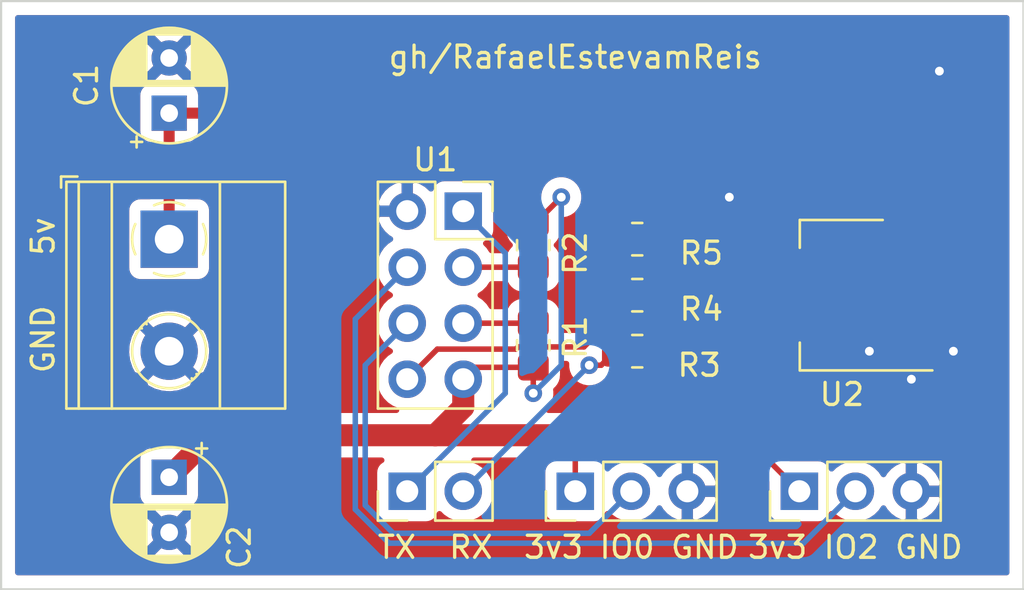
<source format=kicad_pcb>
(kicad_pcb (version 20171130) (host pcbnew "(5.1.10)-1")

  (general
    (thickness 1.6)
    (drawings 5)
    (tracks 58)
    (zones 0)
    (modules 13)
    (nets 12)
  )

  (page A4)
  (layers
    (0 F.Cu signal)
    (31 B.Cu signal)
    (32 B.Adhes user)
    (33 F.Adhes user)
    (34 B.Paste user)
    (35 F.Paste user)
    (36 B.SilkS user)
    (37 F.SilkS user)
    (38 B.Mask user)
    (39 F.Mask user)
    (40 Dwgs.User user)
    (41 Cmts.User user)
    (42 Eco1.User user)
    (43 Eco2.User user)
    (44 Edge.Cuts user)
    (45 Margin user)
    (46 B.CrtYd user)
    (47 F.CrtYd user)
    (48 B.Fab user)
    (49 F.Fab user hide)
  )

  (setup
    (last_trace_width 1)
    (user_trace_width 0.5)
    (user_trace_width 1)
    (trace_clearance 0.2)
    (zone_clearance 0.508)
    (zone_45_only no)
    (trace_min 0.2)
    (via_size 0.8)
    (via_drill 0.4)
    (via_min_size 0.4)
    (via_min_drill 0.3)
    (uvia_size 0.3)
    (uvia_drill 0.1)
    (uvias_allowed no)
    (uvia_min_size 0.2)
    (uvia_min_drill 0.1)
    (edge_width 0.05)
    (segment_width 0.2)
    (pcb_text_width 0.3)
    (pcb_text_size 1.5 1.5)
    (mod_edge_width 0.12)
    (mod_text_size 1 1)
    (mod_text_width 0.15)
    (pad_size 1.524 1.524)
    (pad_drill 0.762)
    (pad_to_mask_clearance 0)
    (aux_axis_origin 0 0)
    (visible_elements 7FFFFFFF)
    (pcbplotparams
      (layerselection 0x010f0_ffffffff)
      (usegerberextensions true)
      (usegerberattributes true)
      (usegerberadvancedattributes true)
      (creategerberjobfile true)
      (excludeedgelayer true)
      (linewidth 0.100000)
      (plotframeref false)
      (viasonmask false)
      (mode 1)
      (useauxorigin false)
      (hpglpennumber 1)
      (hpglpenspeed 20)
      (hpglpendiameter 15.000000)
      (psnegative false)
      (psa4output false)
      (plotreference true)
      (plotvalue true)
      (plotinvisibletext false)
      (padsonsilk false)
      (subtractmaskfromsilk true)
      (outputformat 1)
      (mirror false)
      (drillshape 0)
      (scaleselection 1)
      (outputdirectory "OUTPUT/"))
  )

  (net 0 "")
  (net 1 GND)
  (net 2 /DC_IN)
  (net 3 /3v3)
  (net 4 "Net-(J2-Pad2)")
  (net 5 /3v3_TX)
  (net 6 /GPIO0)
  (net 7 /GPIO2)
  (net 8 "Net-(R1-Pad1)")
  (net 9 "Net-(R2-Pad1)")
  (net 10 /3v3_RX)
  (net 11 "Net-(R4-Pad1)")

  (net_class Default "This is the default net class."
    (clearance 0.2)
    (trace_width 0.25)
    (via_dia 0.8)
    (via_drill 0.4)
    (uvia_dia 0.3)
    (uvia_drill 0.1)
    (add_net /3v3)
    (add_net /3v3_RX)
    (add_net /3v3_TX)
    (add_net /GPIO0)
    (add_net /GPIO2)
    (add_net GND)
    (add_net "Net-(J2-Pad2)")
    (add_net "Net-(R1-Pad1)")
    (add_net "Net-(R2-Pad1)")
    (add_net "Net-(R4-Pad1)")
  )

  (net_class DC-IN ""
    (clearance 0.4)
    (trace_width 0.5)
    (via_dia 0.8)
    (via_drill 0.4)
    (uvia_dia 0.3)
    (uvia_drill 0.1)
    (add_net /DC_IN)
  )

  (module Connector_PinSocket_2.54mm:PinSocket_2x04_P2.54mm_Vertical (layer F.Cu) (tedit 5A19A422) (tstamp 624FF140)
    (at 110.49 104.14)
    (descr "Through hole straight socket strip, 2x04, 2.54mm pitch, double cols (from Kicad 4.0.7), script generated")
    (tags "Through hole socket strip THT 2x04 2.54mm double row")
    (path /624F9D5C)
    (fp_text reference U1 (at -1.27 -2.33) (layer F.SilkS)
      (effects (font (size 1 1) (thickness 0.15)))
    )
    (fp_text value ESP (at -5.08 3.81 90) (layer F.Fab)
      (effects (font (size 1 1) (thickness 0.15)))
    )
    (fp_line (start -3.81 -1.27) (end 0.27 -1.27) (layer F.Fab) (width 0.1))
    (fp_line (start 0.27 -1.27) (end 1.27 -0.27) (layer F.Fab) (width 0.1))
    (fp_line (start 1.27 -0.27) (end 1.27 8.89) (layer F.Fab) (width 0.1))
    (fp_line (start 1.27 8.89) (end -3.81 8.89) (layer F.Fab) (width 0.1))
    (fp_line (start -3.81 8.89) (end -3.81 -1.27) (layer F.Fab) (width 0.1))
    (fp_line (start -3.87 -1.33) (end -1.27 -1.33) (layer F.SilkS) (width 0.12))
    (fp_line (start -3.87 -1.33) (end -3.87 8.95) (layer F.SilkS) (width 0.12))
    (fp_line (start -3.87 8.95) (end 1.33 8.95) (layer F.SilkS) (width 0.12))
    (fp_line (start 1.33 1.27) (end 1.33 8.95) (layer F.SilkS) (width 0.12))
    (fp_line (start -1.27 1.27) (end 1.33 1.27) (layer F.SilkS) (width 0.12))
    (fp_line (start -1.27 -1.33) (end -1.27 1.27) (layer F.SilkS) (width 0.12))
    (fp_line (start 1.33 -1.33) (end 1.33 0) (layer F.SilkS) (width 0.12))
    (fp_line (start 0 -1.33) (end 1.33 -1.33) (layer F.SilkS) (width 0.12))
    (fp_line (start -4.34 -1.8) (end 1.76 -1.8) (layer F.CrtYd) (width 0.05))
    (fp_line (start 1.76 -1.8) (end 1.76 9.4) (layer F.CrtYd) (width 0.05))
    (fp_line (start 1.76 9.4) (end -4.34 9.4) (layer F.CrtYd) (width 0.05))
    (fp_line (start -4.34 9.4) (end -4.34 -1.8) (layer F.CrtYd) (width 0.05))
    (fp_text user %R (at 1.27 3.81 90) (layer F.Fab)
      (effects (font (size 1 1) (thickness 0.15)))
    )
    (pad 8 thru_hole oval (at -2.54 7.62) (size 1.7 1.7) (drill 1) (layers *.Cu *.Mask)
      (net 10 /3v3_RX))
    (pad 7 thru_hole oval (at 0 7.62) (size 1.7 1.7) (drill 1) (layers *.Cu *.Mask)
      (net 3 /3v3))
    (pad 6 thru_hole oval (at -2.54 5.08) (size 1.7 1.7) (drill 1) (layers *.Cu *.Mask)
      (net 6 /GPIO0))
    (pad 5 thru_hole oval (at 0 5.08) (size 1.7 1.7) (drill 1) (layers *.Cu *.Mask)
      (net 8 "Net-(R1-Pad1)"))
    (pad 4 thru_hole oval (at -2.54 2.54) (size 1.7 1.7) (drill 1) (layers *.Cu *.Mask)
      (net 7 /GPIO2))
    (pad 3 thru_hole oval (at 0 2.54) (size 1.7 1.7) (drill 1) (layers *.Cu *.Mask)
      (net 9 "Net-(R2-Pad1)"))
    (pad 2 thru_hole oval (at -2.54 0) (size 1.7 1.7) (drill 1) (layers *.Cu *.Mask)
      (net 1 GND))
    (pad 1 thru_hole rect (at 0 0) (size 1.7 1.7) (drill 1) (layers *.Cu *.Mask)
      (net 5 /3v3_TX))
    (model ${KISYS3DMOD}/Connector_PinSocket_2.54mm.3dshapes/PinSocket_2x04_P2.54mm_Vertical.wrl
      (at (xyz 0 0 0))
      (scale (xyz 1 1 1))
      (rotate (xyz 0 0 0))
    )
  )

  (module Resistor_SMD:R_0805_2012Metric_Pad1.20x1.40mm_HandSolder (layer F.Cu) (tedit 5F68FEEE) (tstamp 62504810)
    (at 118.38 105.41 180)
    (descr "Resistor SMD 0805 (2012 Metric), square (rectangular) end terminal, IPC_7351 nominal with elongated pad for handsoldering. (Body size source: IPC-SM-782 page 72, https://www.pcb-3d.com/wordpress/wp-content/uploads/ipc-sm-782a_amendment_1_and_2.pdf), generated with kicad-footprint-generator")
    (tags "resistor handsolder")
    (path /62508E51)
    (attr smd)
    (fp_text reference R5 (at -2.905 -0.635) (layer F.SilkS)
      (effects (font (size 1 1) (thickness 0.15)))
    )
    (fp_text value 1k (at -2.905 0.635) (layer F.Fab)
      (effects (font (size 1 1) (thickness 0.15)))
    )
    (fp_line (start -1 0.625) (end -1 -0.625) (layer F.Fab) (width 0.1))
    (fp_line (start -1 -0.625) (end 1 -0.625) (layer F.Fab) (width 0.1))
    (fp_line (start 1 -0.625) (end 1 0.625) (layer F.Fab) (width 0.1))
    (fp_line (start 1 0.625) (end -1 0.625) (layer F.Fab) (width 0.1))
    (fp_line (start -0.227064 -0.735) (end 0.227064 -0.735) (layer F.SilkS) (width 0.12))
    (fp_line (start -0.227064 0.735) (end 0.227064 0.735) (layer F.SilkS) (width 0.12))
    (fp_line (start -1.85 0.95) (end -1.85 -0.95) (layer F.CrtYd) (width 0.05))
    (fp_line (start -1.85 -0.95) (end 1.85 -0.95) (layer F.CrtYd) (width 0.05))
    (fp_line (start 1.85 -0.95) (end 1.85 0.95) (layer F.CrtYd) (width 0.05))
    (fp_line (start 1.85 0.95) (end -1.85 0.95) (layer F.CrtYd) (width 0.05))
    (fp_text user %R (at 0 0) (layer F.Fab)
      (effects (font (size 0.5 0.5) (thickness 0.08)))
    )
    (pad 2 smd roundrect (at 1 0 180) (size 1.2 1.4) (layers F.Cu F.Paste F.Mask) (roundrect_rratio 0.2083325)
      (net 11 "Net-(R4-Pad1)"))
    (pad 1 smd roundrect (at -1 0 180) (size 1.2 1.4) (layers F.Cu F.Paste F.Mask) (roundrect_rratio 0.2083325)
      (net 1 GND))
    (model ${KISYS3DMOD}/Resistor_SMD.3dshapes/R_0805_2012Metric.wrl
      (at (xyz 0 0 0))
      (scale (xyz 1 1 1))
      (rotate (xyz 0 0 0))
    )
  )

  (module Resistor_SMD:R_0805_2012Metric_Pad1.20x1.40mm_HandSolder (layer F.Cu) (tedit 5F68FEEE) (tstamp 62504840)
    (at 118.38 107.95)
    (descr "Resistor SMD 0805 (2012 Metric), square (rectangular) end terminal, IPC_7351 nominal with elongated pad for handsoldering. (Body size source: IPC-SM-782 page 72, https://www.pcb-3d.com/wordpress/wp-content/uploads/ipc-sm-782a_amendment_1_and_2.pdf), generated with kicad-footprint-generator")
    (tags "resistor handsolder")
    (path /62507C2D)
    (attr smd)
    (fp_text reference R4 (at 2.905 0.635) (layer F.SilkS)
      (effects (font (size 1 1) (thickness 0.15)))
    )
    (fp_text value 1k (at 2.905 -0.635) (layer F.Fab)
      (effects (font (size 1 1) (thickness 0.15)))
    )
    (fp_line (start -1 0.625) (end -1 -0.625) (layer F.Fab) (width 0.1))
    (fp_line (start -1 -0.625) (end 1 -0.625) (layer F.Fab) (width 0.1))
    (fp_line (start 1 -0.625) (end 1 0.625) (layer F.Fab) (width 0.1))
    (fp_line (start 1 0.625) (end -1 0.625) (layer F.Fab) (width 0.1))
    (fp_line (start -0.227064 -0.735) (end 0.227064 -0.735) (layer F.SilkS) (width 0.12))
    (fp_line (start -0.227064 0.735) (end 0.227064 0.735) (layer F.SilkS) (width 0.12))
    (fp_line (start -1.85 0.95) (end -1.85 -0.95) (layer F.CrtYd) (width 0.05))
    (fp_line (start -1.85 -0.95) (end 1.85 -0.95) (layer F.CrtYd) (width 0.05))
    (fp_line (start 1.85 -0.95) (end 1.85 0.95) (layer F.CrtYd) (width 0.05))
    (fp_line (start 1.85 0.95) (end -1.85 0.95) (layer F.CrtYd) (width 0.05))
    (fp_text user %R (at 0 0) (layer F.Fab)
      (effects (font (size 0.5 0.5) (thickness 0.08)))
    )
    (pad 2 smd roundrect (at 1 0) (size 1.2 1.4) (layers F.Cu F.Paste F.Mask) (roundrect_rratio 0.2083325)
      (net 10 /3v3_RX))
    (pad 1 smd roundrect (at -1 0) (size 1.2 1.4) (layers F.Cu F.Paste F.Mask) (roundrect_rratio 0.2083325)
      (net 11 "Net-(R4-Pad1)"))
    (model ${KISYS3DMOD}/Resistor_SMD.3dshapes/R_0805_2012Metric.wrl
      (at (xyz 0 0 0))
      (scale (xyz 1 1 1))
      (rotate (xyz 0 0 0))
    )
  )

  (module Resistor_SMD:R_0805_2012Metric_Pad1.20x1.40mm_HandSolder (layer F.Cu) (tedit 5F68FEEE) (tstamp 62504870)
    (at 118.38 110.49 180)
    (descr "Resistor SMD 0805 (2012 Metric), square (rectangular) end terminal, IPC_7351 nominal with elongated pad for handsoldering. (Body size source: IPC-SM-782 page 72, https://www.pcb-3d.com/wordpress/wp-content/uploads/ipc-sm-782a_amendment_1_and_2.pdf), generated with kicad-footprint-generator")
    (tags "resistor handsolder")
    (path /625042C1)
    (attr smd)
    (fp_text reference R3 (at -2.81 -0.635) (layer F.SilkS)
      (effects (font (size 1 1) (thickness 0.15)))
    )
    (fp_text value 1k (at -2.81 0.635) (layer F.Fab)
      (effects (font (size 1 1) (thickness 0.15)))
    )
    (fp_line (start -1 0.625) (end -1 -0.625) (layer F.Fab) (width 0.1))
    (fp_line (start -1 -0.625) (end 1 -0.625) (layer F.Fab) (width 0.1))
    (fp_line (start 1 -0.625) (end 1 0.625) (layer F.Fab) (width 0.1))
    (fp_line (start 1 0.625) (end -1 0.625) (layer F.Fab) (width 0.1))
    (fp_line (start -0.227064 -0.735) (end 0.227064 -0.735) (layer F.SilkS) (width 0.12))
    (fp_line (start -0.227064 0.735) (end 0.227064 0.735) (layer F.SilkS) (width 0.12))
    (fp_line (start -1.85 0.95) (end -1.85 -0.95) (layer F.CrtYd) (width 0.05))
    (fp_line (start -1.85 -0.95) (end 1.85 -0.95) (layer F.CrtYd) (width 0.05))
    (fp_line (start 1.85 -0.95) (end 1.85 0.95) (layer F.CrtYd) (width 0.05))
    (fp_line (start 1.85 0.95) (end -1.85 0.95) (layer F.CrtYd) (width 0.05))
    (fp_text user %R (at 0 0) (layer F.Fab)
      (effects (font (size 0.5 0.5) (thickness 0.08)))
    )
    (pad 2 smd roundrect (at 1 0 180) (size 1.2 1.4) (layers F.Cu F.Paste F.Mask) (roundrect_rratio 0.2083325)
      (net 4 "Net-(J2-Pad2)"))
    (pad 1 smd roundrect (at -1 0 180) (size 1.2 1.4) (layers F.Cu F.Paste F.Mask) (roundrect_rratio 0.2083325)
      (net 10 /3v3_RX))
    (model ${KISYS3DMOD}/Resistor_SMD.3dshapes/R_0805_2012Metric.wrl
      (at (xyz 0 0 0))
      (scale (xyz 1 1 1))
      (rotate (xyz 0 0 0))
    )
  )

  (module Resistor_SMD:R_0805_2012Metric_Pad1.20x1.40mm_HandSolder (layer F.Cu) (tedit 5F68FEEE) (tstamp 624FF0DD)
    (at 113.665 105.68 90)
    (descr "Resistor SMD 0805 (2012 Metric), square (rectangular) end terminal, IPC_7351 nominal with elongated pad for handsoldering. (Body size source: IPC-SM-782 page 72, https://www.pcb-3d.com/wordpress/wp-content/uploads/ipc-sm-782a_amendment_1_and_2.pdf), generated with kicad-footprint-generator")
    (tags "resistor handsolder")
    (path /624FD148)
    (attr smd)
    (fp_text reference R2 (at -0.365 1.905 90) (layer F.SilkS)
      (effects (font (size 1 1) (thickness 0.15)))
    )
    (fp_text value 10k (at -0.365 1.27 90) (layer F.Fab)
      (effects (font (size 1 1) (thickness 0.15)))
    )
    (fp_line (start -1 0.625) (end -1 -0.625) (layer F.Fab) (width 0.1))
    (fp_line (start -1 -0.625) (end 1 -0.625) (layer F.Fab) (width 0.1))
    (fp_line (start 1 -0.625) (end 1 0.625) (layer F.Fab) (width 0.1))
    (fp_line (start 1 0.625) (end -1 0.625) (layer F.Fab) (width 0.1))
    (fp_line (start -0.227064 -0.735) (end 0.227064 -0.735) (layer F.SilkS) (width 0.12))
    (fp_line (start -0.227064 0.735) (end 0.227064 0.735) (layer F.SilkS) (width 0.12))
    (fp_line (start -1.85 0.95) (end -1.85 -0.95) (layer F.CrtYd) (width 0.05))
    (fp_line (start -1.85 -0.95) (end 1.85 -0.95) (layer F.CrtYd) (width 0.05))
    (fp_line (start 1.85 -0.95) (end 1.85 0.95) (layer F.CrtYd) (width 0.05))
    (fp_line (start 1.85 0.95) (end -1.85 0.95) (layer F.CrtYd) (width 0.05))
    (fp_text user %R (at 0 0 90) (layer F.Fab)
      (effects (font (size 0.5 0.5) (thickness 0.08)))
    )
    (pad 2 smd roundrect (at 1 0 90) (size 1.2 1.4) (layers F.Cu F.Paste F.Mask) (roundrect_rratio 0.2083325)
      (net 3 /3v3))
    (pad 1 smd roundrect (at -1 0 90) (size 1.2 1.4) (layers F.Cu F.Paste F.Mask) (roundrect_rratio 0.2083325)
      (net 9 "Net-(R2-Pad1)"))
    (model ${KISYS3DMOD}/Resistor_SMD.3dshapes/R_0805_2012Metric.wrl
      (at (xyz 0 0 0))
      (scale (xyz 1 1 1))
      (rotate (xyz 0 0 0))
    )
  )

  (module Resistor_SMD:R_0805_2012Metric_Pad1.20x1.40mm_HandSolder (layer F.Cu) (tedit 5F68FEEE) (tstamp 625018F9)
    (at 113.665 110.22 270)
    (descr "Resistor SMD 0805 (2012 Metric), square (rectangular) end terminal, IPC_7351 nominal with elongated pad for handsoldering. (Body size source: IPC-SM-782 page 72, https://www.pcb-3d.com/wordpress/wp-content/uploads/ipc-sm-782a_amendment_1_and_2.pdf), generated with kicad-footprint-generator")
    (tags "resistor handsolder")
    (path /624FBE2D)
    (attr smd)
    (fp_text reference R1 (at -0.365 -1.905 90) (layer F.SilkS)
      (effects (font (size 1 1) (thickness 0.15)))
    )
    (fp_text value 10k (at 0.27 -1.27 90) (layer F.Fab)
      (effects (font (size 1 1) (thickness 0.15)))
    )
    (fp_line (start -1 0.625) (end -1 -0.625) (layer F.Fab) (width 0.1))
    (fp_line (start -1 -0.625) (end 1 -0.625) (layer F.Fab) (width 0.1))
    (fp_line (start 1 -0.625) (end 1 0.625) (layer F.Fab) (width 0.1))
    (fp_line (start 1 0.625) (end -1 0.625) (layer F.Fab) (width 0.1))
    (fp_line (start -0.227064 -0.735) (end 0.227064 -0.735) (layer F.SilkS) (width 0.12))
    (fp_line (start -0.227064 0.735) (end 0.227064 0.735) (layer F.SilkS) (width 0.12))
    (fp_line (start -1.85 0.95) (end -1.85 -0.95) (layer F.CrtYd) (width 0.05))
    (fp_line (start -1.85 -0.95) (end 1.85 -0.95) (layer F.CrtYd) (width 0.05))
    (fp_line (start 1.85 -0.95) (end 1.85 0.95) (layer F.CrtYd) (width 0.05))
    (fp_line (start 1.85 0.95) (end -1.85 0.95) (layer F.CrtYd) (width 0.05))
    (fp_text user %R (at 0 0 90) (layer F.Fab)
      (effects (font (size 0.5 0.5) (thickness 0.08)))
    )
    (pad 2 smd roundrect (at 1 0 270) (size 1.2 1.4) (layers F.Cu F.Paste F.Mask) (roundrect_rratio 0.2083325)
      (net 3 /3v3))
    (pad 1 smd roundrect (at -1 0 270) (size 1.2 1.4) (layers F.Cu F.Paste F.Mask) (roundrect_rratio 0.2083325)
      (net 8 "Net-(R1-Pad1)"))
    (model ${KISYS3DMOD}/Resistor_SMD.3dshapes/R_0805_2012Metric.wrl
      (at (xyz 0 0 0))
      (scale (xyz 1 1 1))
      (rotate (xyz 0 0 0))
    )
  )

  (module Package_TO_SOT_SMD:SOT-223-3_TabPin2 (layer F.Cu) (tedit 5A02FF57) (tstamp 624FF156)
    (at 127.66 107.95 180)
    (descr "module CMS SOT223 4 pins")
    (tags "CMS SOT")
    (path /624F6C22)
    (attr smd)
    (fp_text reference U2 (at 0 -4.5) (layer F.SilkS)
      (effects (font (size 1 1) (thickness 0.15)))
    )
    (fp_text value AMS1117 (at 0 4.5) (layer F.Fab)
      (effects (font (size 1 1) (thickness 0.15)))
    )
    (fp_line (start 1.85 -3.35) (end 1.85 3.35) (layer F.Fab) (width 0.1))
    (fp_line (start -1.85 3.35) (end 1.85 3.35) (layer F.Fab) (width 0.1))
    (fp_line (start -4.1 -3.41) (end 1.91 -3.41) (layer F.SilkS) (width 0.12))
    (fp_line (start -0.85 -3.35) (end 1.85 -3.35) (layer F.Fab) (width 0.1))
    (fp_line (start -1.85 3.41) (end 1.91 3.41) (layer F.SilkS) (width 0.12))
    (fp_line (start -1.85 -2.35) (end -1.85 3.35) (layer F.Fab) (width 0.1))
    (fp_line (start -1.85 -2.35) (end -0.85 -3.35) (layer F.Fab) (width 0.1))
    (fp_line (start -4.4 -3.6) (end -4.4 3.6) (layer F.CrtYd) (width 0.05))
    (fp_line (start -4.4 3.6) (end 4.4 3.6) (layer F.CrtYd) (width 0.05))
    (fp_line (start 4.4 3.6) (end 4.4 -3.6) (layer F.CrtYd) (width 0.05))
    (fp_line (start 4.4 -3.6) (end -4.4 -3.6) (layer F.CrtYd) (width 0.05))
    (fp_line (start 1.91 -3.41) (end 1.91 -2.15) (layer F.SilkS) (width 0.12))
    (fp_line (start 1.91 3.41) (end 1.91 2.15) (layer F.SilkS) (width 0.12))
    (fp_text user %R (at 0 0 90) (layer F.Fab)
      (effects (font (size 0.8 0.8) (thickness 0.12)))
    )
    (pad 1 smd rect (at -3.15 -2.3 180) (size 2 1.5) (layers F.Cu F.Paste F.Mask)
      (net 1 GND))
    (pad 3 smd rect (at -3.15 2.3 180) (size 2 1.5) (layers F.Cu F.Paste F.Mask)
      (net 2 /DC_IN))
    (pad 2 smd rect (at -3.15 0 180) (size 2 1.5) (layers F.Cu F.Paste F.Mask)
      (net 3 /3v3))
    (pad 2 smd rect (at 3.15 0 180) (size 2 3.8) (layers F.Cu F.Paste F.Mask)
      (net 3 /3v3))
    (model ${KISYS3DMOD}/Package_TO_SOT_SMD.3dshapes/SOT-223.wrl
      (at (xyz 0 0 0))
      (scale (xyz 1 1 1))
      (rotate (xyz 0 0 0))
    )
  )

  (module Connector_PinHeader_2.54mm:PinHeader_1x03_P2.54mm_Vertical (layer F.Cu) (tedit 59FED5CC) (tstamp 624FF0AF)
    (at 125.73 116.84 90)
    (descr "Through hole straight pin header, 1x03, 2.54mm pitch, single row")
    (tags "Through hole pin header THT 1x03 2.54mm single row")
    (path /62513810)
    (fp_text reference "3v3 IO2 GND" (at -2.54 2.54) (layer F.SilkS)
      (effects (font (size 1 1) (thickness 0.15)))
    )
    (fp_text value IO2 (at -2.54 2.54 180) (layer F.Fab)
      (effects (font (size 1 1) (thickness 0.15)))
    )
    (fp_line (start 1.8 -1.8) (end -1.8 -1.8) (layer F.CrtYd) (width 0.05))
    (fp_line (start 1.8 6.85) (end 1.8 -1.8) (layer F.CrtYd) (width 0.05))
    (fp_line (start -1.8 6.85) (end 1.8 6.85) (layer F.CrtYd) (width 0.05))
    (fp_line (start -1.8 -1.8) (end -1.8 6.85) (layer F.CrtYd) (width 0.05))
    (fp_line (start -1.33 -1.33) (end 0 -1.33) (layer F.SilkS) (width 0.12))
    (fp_line (start -1.33 0) (end -1.33 -1.33) (layer F.SilkS) (width 0.12))
    (fp_line (start -1.33 1.27) (end 1.33 1.27) (layer F.SilkS) (width 0.12))
    (fp_line (start 1.33 1.27) (end 1.33 6.41) (layer F.SilkS) (width 0.12))
    (fp_line (start -1.33 1.27) (end -1.33 6.41) (layer F.SilkS) (width 0.12))
    (fp_line (start -1.33 6.41) (end 1.33 6.41) (layer F.SilkS) (width 0.12))
    (fp_line (start -1.27 -0.635) (end -0.635 -1.27) (layer F.Fab) (width 0.1))
    (fp_line (start -1.27 6.35) (end -1.27 -0.635) (layer F.Fab) (width 0.1))
    (fp_line (start 1.27 6.35) (end -1.27 6.35) (layer F.Fab) (width 0.1))
    (fp_line (start 1.27 -1.27) (end 1.27 6.35) (layer F.Fab) (width 0.1))
    (fp_line (start -0.635 -1.27) (end 1.27 -1.27) (layer F.Fab) (width 0.1))
    (fp_text user %R (at 0 2.54) (layer F.Fab)
      (effects (font (size 1 1) (thickness 0.15)))
    )
    (pad 3 thru_hole oval (at 0 5.08 90) (size 1.7 1.7) (drill 1) (layers *.Cu *.Mask)
      (net 1 GND))
    (pad 2 thru_hole oval (at 0 2.54 90) (size 1.7 1.7) (drill 1) (layers *.Cu *.Mask)
      (net 7 /GPIO2))
    (pad 1 thru_hole rect (at 0 0 90) (size 1.7 1.7) (drill 1) (layers *.Cu *.Mask)
      (net 3 /3v3))
    (model ${KISYS3DMOD}/Connector_PinHeader_2.54mm.3dshapes/PinHeader_1x03_P2.54mm_Vertical.wrl
      (at (xyz 0 0 0))
      (scale (xyz 1 1 1))
      (rotate (xyz 0 0 0))
    )
  )

  (module Connector_PinHeader_2.54mm:PinHeader_1x03_P2.54mm_Vertical (layer F.Cu) (tedit 59FED5CC) (tstamp 624FF098)
    (at 115.57 116.84 90)
    (descr "Through hole straight pin header, 1x03, 2.54mm pitch, single row")
    (tags "Through hole pin header THT 1x03 2.54mm single row")
    (path /6250FBF4)
    (fp_text reference "3v3 IO0 GND" (at -2.54 2.54) (layer F.SilkS)
      (effects (font (size 1 1) (thickness 0.15)))
    )
    (fp_text value IO0 (at -2.54 3.81 180) (layer F.Fab)
      (effects (font (size 1 1) (thickness 0.15)))
    )
    (fp_line (start 1.8 -1.8) (end -1.8 -1.8) (layer F.CrtYd) (width 0.05))
    (fp_line (start 1.8 6.85) (end 1.8 -1.8) (layer F.CrtYd) (width 0.05))
    (fp_line (start -1.8 6.85) (end 1.8 6.85) (layer F.CrtYd) (width 0.05))
    (fp_line (start -1.8 -1.8) (end -1.8 6.85) (layer F.CrtYd) (width 0.05))
    (fp_line (start -1.33 -1.33) (end 0 -1.33) (layer F.SilkS) (width 0.12))
    (fp_line (start -1.33 0) (end -1.33 -1.33) (layer F.SilkS) (width 0.12))
    (fp_line (start -1.33 1.27) (end 1.33 1.27) (layer F.SilkS) (width 0.12))
    (fp_line (start 1.33 1.27) (end 1.33 6.41) (layer F.SilkS) (width 0.12))
    (fp_line (start -1.33 1.27) (end -1.33 6.41) (layer F.SilkS) (width 0.12))
    (fp_line (start -1.33 6.41) (end 1.33 6.41) (layer F.SilkS) (width 0.12))
    (fp_line (start -1.27 -0.635) (end -0.635 -1.27) (layer F.Fab) (width 0.1))
    (fp_line (start -1.27 6.35) (end -1.27 -0.635) (layer F.Fab) (width 0.1))
    (fp_line (start 1.27 6.35) (end -1.27 6.35) (layer F.Fab) (width 0.1))
    (fp_line (start 1.27 -1.27) (end 1.27 6.35) (layer F.Fab) (width 0.1))
    (fp_line (start -0.635 -1.27) (end 1.27 -1.27) (layer F.Fab) (width 0.1))
    (fp_text user %R (at 0 2.54) (layer F.Fab)
      (effects (font (size 1 1) (thickness 0.15)))
    )
    (pad 3 thru_hole oval (at 0 5.08 90) (size 1.7 1.7) (drill 1) (layers *.Cu *.Mask)
      (net 1 GND))
    (pad 2 thru_hole oval (at 0 2.54 90) (size 1.7 1.7) (drill 1) (layers *.Cu *.Mask)
      (net 6 /GPIO0))
    (pad 1 thru_hole rect (at 0 0 90) (size 1.7 1.7) (drill 1) (layers *.Cu *.Mask)
      (net 3 /3v3))
    (model ${KISYS3DMOD}/Connector_PinHeader_2.54mm.3dshapes/PinHeader_1x03_P2.54mm_Vertical.wrl
      (at (xyz 0 0 0))
      (scale (xyz 1 1 1))
      (rotate (xyz 0 0 0))
    )
  )

  (module Connector_PinHeader_2.54mm:PinHeader_1x02_P2.54mm_Vertical (layer F.Cu) (tedit 59FED5CC) (tstamp 624FF081)
    (at 107.95 116.84 90)
    (descr "Through hole straight pin header, 1x02, 2.54mm pitch, single row")
    (tags "Through hole pin header THT 1x02 2.54mm single row")
    (path /62501EDC)
    (fp_text reference "TX  RX" (at -2.54 1.27 180) (layer F.SilkS)
      (effects (font (size 1 1) (thickness 0.15)))
    )
    (fp_text value 5vSerial (at -2.54 1.27 180) (layer F.Fab)
      (effects (font (size 1 1) (thickness 0.15)))
    )
    (fp_line (start 1.8 -1.8) (end -1.8 -1.8) (layer F.CrtYd) (width 0.05))
    (fp_line (start 1.8 4.35) (end 1.8 -1.8) (layer F.CrtYd) (width 0.05))
    (fp_line (start -1.8 4.35) (end 1.8 4.35) (layer F.CrtYd) (width 0.05))
    (fp_line (start -1.8 -1.8) (end -1.8 4.35) (layer F.CrtYd) (width 0.05))
    (fp_line (start -1.33 -1.33) (end 0 -1.33) (layer F.SilkS) (width 0.12))
    (fp_line (start -1.33 0) (end -1.33 -1.33) (layer F.SilkS) (width 0.12))
    (fp_line (start -1.33 1.27) (end 1.33 1.27) (layer F.SilkS) (width 0.12))
    (fp_line (start 1.33 1.27) (end 1.33 3.87) (layer F.SilkS) (width 0.12))
    (fp_line (start -1.33 1.27) (end -1.33 3.87) (layer F.SilkS) (width 0.12))
    (fp_line (start -1.33 3.87) (end 1.33 3.87) (layer F.SilkS) (width 0.12))
    (fp_line (start -1.27 -0.635) (end -0.635 -1.27) (layer F.Fab) (width 0.1))
    (fp_line (start -1.27 3.81) (end -1.27 -0.635) (layer F.Fab) (width 0.1))
    (fp_line (start 1.27 3.81) (end -1.27 3.81) (layer F.Fab) (width 0.1))
    (fp_line (start 1.27 -1.27) (end 1.27 3.81) (layer F.Fab) (width 0.1))
    (fp_line (start -0.635 -1.27) (end 1.27 -1.27) (layer F.Fab) (width 0.1))
    (fp_text user %R (at 0 1.27) (layer F.Fab)
      (effects (font (size 1 1) (thickness 0.15)))
    )
    (pad 2 thru_hole oval (at 0 2.54 90) (size 1.7 1.7) (drill 1) (layers *.Cu *.Mask)
      (net 4 "Net-(J2-Pad2)"))
    (pad 1 thru_hole rect (at 0 0 90) (size 1.7 1.7) (drill 1) (layers *.Cu *.Mask)
      (net 5 /3v3_TX))
    (model ${KISYS3DMOD}/Connector_PinHeader_2.54mm.3dshapes/PinHeader_1x02_P2.54mm_Vertical.wrl
      (at (xyz 0 0 0))
      (scale (xyz 1 1 1))
      (rotate (xyz 0 0 0))
    )
  )

  (module TerminalBlock_Phoenix:TerminalBlock_Phoenix_MKDS-1,5-2-5.08_1x02_P5.08mm_Horizontal (layer F.Cu) (tedit 5B294EBC) (tstamp 625033B9)
    (at 97.155 105.41 270)
    (descr "Terminal Block Phoenix MKDS-1,5-2-5.08, 2 pins, pitch 5.08mm, size 10.2x9.8mm^2, drill diamater 1.3mm, pad diameter 2.6mm, see http://www.farnell.com/datasheets/100425.pdf, script-generated using https://github.com/pointhi/kicad-footprint-generator/scripts/TerminalBlock_Phoenix")
    (tags "THT Terminal Block Phoenix MKDS-1,5-2-5.08 pitch 5.08mm size 10.2x9.8mm^2 drill 1.3mm pad 2.6mm")
    (path /624F5AF2)
    (fp_text reference "GND   5v" (at 2.54 5.715 90) (layer F.SilkS)
      (effects (font (size 1 1) (thickness 0.15)))
    )
    (fp_text value "DC IN" (at 2.54 5.66 90) (layer F.Fab)
      (effects (font (size 1 1) (thickness 0.15)))
    )
    (fp_line (start 8.13 -5.71) (end -3.04 -5.71) (layer F.CrtYd) (width 0.05))
    (fp_line (start 8.13 5.1) (end 8.13 -5.71) (layer F.CrtYd) (width 0.05))
    (fp_line (start -3.04 5.1) (end 8.13 5.1) (layer F.CrtYd) (width 0.05))
    (fp_line (start -3.04 -5.71) (end -3.04 5.1) (layer F.CrtYd) (width 0.05))
    (fp_line (start -2.84 4.9) (end -2.34 4.9) (layer F.SilkS) (width 0.12))
    (fp_line (start -2.84 4.16) (end -2.84 4.9) (layer F.SilkS) (width 0.12))
    (fp_line (start 3.853 1.023) (end 3.806 1.069) (layer F.SilkS) (width 0.12))
    (fp_line (start 6.15 -1.275) (end 6.115 -1.239) (layer F.SilkS) (width 0.12))
    (fp_line (start 4.046 1.239) (end 4.011 1.274) (layer F.SilkS) (width 0.12))
    (fp_line (start 6.355 -1.069) (end 6.308 -1.023) (layer F.SilkS) (width 0.12))
    (fp_line (start 6.035 -1.138) (end 3.943 0.955) (layer F.Fab) (width 0.1))
    (fp_line (start 6.218 -0.955) (end 4.126 1.138) (layer F.Fab) (width 0.1))
    (fp_line (start 0.955 -1.138) (end -1.138 0.955) (layer F.Fab) (width 0.1))
    (fp_line (start 1.138 -0.955) (end -0.955 1.138) (layer F.Fab) (width 0.1))
    (fp_line (start 7.68 -5.261) (end 7.68 4.66) (layer F.SilkS) (width 0.12))
    (fp_line (start -2.6 -5.261) (end -2.6 4.66) (layer F.SilkS) (width 0.12))
    (fp_line (start -2.6 4.66) (end 7.68 4.66) (layer F.SilkS) (width 0.12))
    (fp_line (start -2.6 -5.261) (end 7.68 -5.261) (layer F.SilkS) (width 0.12))
    (fp_line (start -2.6 -2.301) (end 7.68 -2.301) (layer F.SilkS) (width 0.12))
    (fp_line (start -2.54 -2.3) (end 7.62 -2.3) (layer F.Fab) (width 0.1))
    (fp_line (start -2.6 2.6) (end 7.68 2.6) (layer F.SilkS) (width 0.12))
    (fp_line (start -2.54 2.6) (end 7.62 2.6) (layer F.Fab) (width 0.1))
    (fp_line (start -2.6 4.1) (end 7.68 4.1) (layer F.SilkS) (width 0.12))
    (fp_line (start -2.54 4.1) (end 7.62 4.1) (layer F.Fab) (width 0.1))
    (fp_line (start -2.54 4.1) (end -2.54 -5.2) (layer F.Fab) (width 0.1))
    (fp_line (start -2.04 4.6) (end -2.54 4.1) (layer F.Fab) (width 0.1))
    (fp_line (start 7.62 4.6) (end -2.04 4.6) (layer F.Fab) (width 0.1))
    (fp_line (start 7.62 -5.2) (end 7.62 4.6) (layer F.Fab) (width 0.1))
    (fp_line (start -2.54 -5.2) (end 7.62 -5.2) (layer F.Fab) (width 0.1))
    (fp_circle (center 5.08 0) (end 6.76 0) (layer F.SilkS) (width 0.12))
    (fp_circle (center 5.08 0) (end 6.58 0) (layer F.Fab) (width 0.1))
    (fp_circle (center 0 0) (end 1.5 0) (layer F.Fab) (width 0.1))
    (fp_text user %R (at 2.54 3.2 90) (layer F.Fab)
      (effects (font (size 1 1) (thickness 0.15)))
    )
    (fp_arc (start 0 0) (end -0.684 1.535) (angle -25) (layer F.SilkS) (width 0.12))
    (fp_arc (start 0 0) (end -1.535 -0.684) (angle -48) (layer F.SilkS) (width 0.12))
    (fp_arc (start 0 0) (end 0.684 -1.535) (angle -48) (layer F.SilkS) (width 0.12))
    (fp_arc (start 0 0) (end 1.535 0.684) (angle -48) (layer F.SilkS) (width 0.12))
    (fp_arc (start 0 0) (end 0 1.68) (angle -24) (layer F.SilkS) (width 0.12))
    (pad 2 thru_hole circle (at 5.08 0 270) (size 2.6 2.6) (drill 1.3) (layers *.Cu *.Mask)
      (net 1 GND))
    (pad 1 thru_hole rect (at 0 0 270) (size 2.6 2.6) (drill 1.3) (layers *.Cu *.Mask)
      (net 2 /DC_IN))
    (model ${KISYS3DMOD}/TerminalBlock_Phoenix.3dshapes/TerminalBlock_Phoenix_MKDS-1,5-2-5.08_1x02_P5.08mm_Horizontal.wrl
      (at (xyz 0 0 0))
      (scale (xyz 1 1 1))
      (rotate (xyz 0 0 0))
    )
  )

  (module Capacitor_THT:CP_Radial_D5.0mm_P2.50mm (layer F.Cu) (tedit 5AE50EF0) (tstamp 62503FB2)
    (at 97.155 116.205 270)
    (descr "CP, Radial series, Radial, pin pitch=2.50mm, , diameter=5mm, Electrolytic Capacitor")
    (tags "CP Radial series Radial pin pitch 2.50mm  diameter 5mm Electrolytic Capacitor")
    (path /624F9017)
    (fp_text reference C2 (at 3.175 -3.175 90) (layer F.SilkS)
      (effects (font (size 1 1) (thickness 0.15)))
    )
    (fp_text value 10uF (at 1.25 3.81 90) (layer F.Fab)
      (effects (font (size 1 1) (thickness 0.15)))
    )
    (fp_line (start -1.304775 -1.725) (end -1.304775 -1.225) (layer F.SilkS) (width 0.12))
    (fp_line (start -1.554775 -1.475) (end -1.054775 -1.475) (layer F.SilkS) (width 0.12))
    (fp_line (start 3.851 -0.284) (end 3.851 0.284) (layer F.SilkS) (width 0.12))
    (fp_line (start 3.811 -0.518) (end 3.811 0.518) (layer F.SilkS) (width 0.12))
    (fp_line (start 3.771 -0.677) (end 3.771 0.677) (layer F.SilkS) (width 0.12))
    (fp_line (start 3.731 -0.805) (end 3.731 0.805) (layer F.SilkS) (width 0.12))
    (fp_line (start 3.691 -0.915) (end 3.691 0.915) (layer F.SilkS) (width 0.12))
    (fp_line (start 3.651 -1.011) (end 3.651 1.011) (layer F.SilkS) (width 0.12))
    (fp_line (start 3.611 -1.098) (end 3.611 1.098) (layer F.SilkS) (width 0.12))
    (fp_line (start 3.571 -1.178) (end 3.571 1.178) (layer F.SilkS) (width 0.12))
    (fp_line (start 3.531 1.04) (end 3.531 1.251) (layer F.SilkS) (width 0.12))
    (fp_line (start 3.531 -1.251) (end 3.531 -1.04) (layer F.SilkS) (width 0.12))
    (fp_line (start 3.491 1.04) (end 3.491 1.319) (layer F.SilkS) (width 0.12))
    (fp_line (start 3.491 -1.319) (end 3.491 -1.04) (layer F.SilkS) (width 0.12))
    (fp_line (start 3.451 1.04) (end 3.451 1.383) (layer F.SilkS) (width 0.12))
    (fp_line (start 3.451 -1.383) (end 3.451 -1.04) (layer F.SilkS) (width 0.12))
    (fp_line (start 3.411 1.04) (end 3.411 1.443) (layer F.SilkS) (width 0.12))
    (fp_line (start 3.411 -1.443) (end 3.411 -1.04) (layer F.SilkS) (width 0.12))
    (fp_line (start 3.371 1.04) (end 3.371 1.5) (layer F.SilkS) (width 0.12))
    (fp_line (start 3.371 -1.5) (end 3.371 -1.04) (layer F.SilkS) (width 0.12))
    (fp_line (start 3.331 1.04) (end 3.331 1.554) (layer F.SilkS) (width 0.12))
    (fp_line (start 3.331 -1.554) (end 3.331 -1.04) (layer F.SilkS) (width 0.12))
    (fp_line (start 3.291 1.04) (end 3.291 1.605) (layer F.SilkS) (width 0.12))
    (fp_line (start 3.291 -1.605) (end 3.291 -1.04) (layer F.SilkS) (width 0.12))
    (fp_line (start 3.251 1.04) (end 3.251 1.653) (layer F.SilkS) (width 0.12))
    (fp_line (start 3.251 -1.653) (end 3.251 -1.04) (layer F.SilkS) (width 0.12))
    (fp_line (start 3.211 1.04) (end 3.211 1.699) (layer F.SilkS) (width 0.12))
    (fp_line (start 3.211 -1.699) (end 3.211 -1.04) (layer F.SilkS) (width 0.12))
    (fp_line (start 3.171 1.04) (end 3.171 1.743) (layer F.SilkS) (width 0.12))
    (fp_line (start 3.171 -1.743) (end 3.171 -1.04) (layer F.SilkS) (width 0.12))
    (fp_line (start 3.131 1.04) (end 3.131 1.785) (layer F.SilkS) (width 0.12))
    (fp_line (start 3.131 -1.785) (end 3.131 -1.04) (layer F.SilkS) (width 0.12))
    (fp_line (start 3.091 1.04) (end 3.091 1.826) (layer F.SilkS) (width 0.12))
    (fp_line (start 3.091 -1.826) (end 3.091 -1.04) (layer F.SilkS) (width 0.12))
    (fp_line (start 3.051 1.04) (end 3.051 1.864) (layer F.SilkS) (width 0.12))
    (fp_line (start 3.051 -1.864) (end 3.051 -1.04) (layer F.SilkS) (width 0.12))
    (fp_line (start 3.011 1.04) (end 3.011 1.901) (layer F.SilkS) (width 0.12))
    (fp_line (start 3.011 -1.901) (end 3.011 -1.04) (layer F.SilkS) (width 0.12))
    (fp_line (start 2.971 1.04) (end 2.971 1.937) (layer F.SilkS) (width 0.12))
    (fp_line (start 2.971 -1.937) (end 2.971 -1.04) (layer F.SilkS) (width 0.12))
    (fp_line (start 2.931 1.04) (end 2.931 1.971) (layer F.SilkS) (width 0.12))
    (fp_line (start 2.931 -1.971) (end 2.931 -1.04) (layer F.SilkS) (width 0.12))
    (fp_line (start 2.891 1.04) (end 2.891 2.004) (layer F.SilkS) (width 0.12))
    (fp_line (start 2.891 -2.004) (end 2.891 -1.04) (layer F.SilkS) (width 0.12))
    (fp_line (start 2.851 1.04) (end 2.851 2.035) (layer F.SilkS) (width 0.12))
    (fp_line (start 2.851 -2.035) (end 2.851 -1.04) (layer F.SilkS) (width 0.12))
    (fp_line (start 2.811 1.04) (end 2.811 2.065) (layer F.SilkS) (width 0.12))
    (fp_line (start 2.811 -2.065) (end 2.811 -1.04) (layer F.SilkS) (width 0.12))
    (fp_line (start 2.771 1.04) (end 2.771 2.095) (layer F.SilkS) (width 0.12))
    (fp_line (start 2.771 -2.095) (end 2.771 -1.04) (layer F.SilkS) (width 0.12))
    (fp_line (start 2.731 1.04) (end 2.731 2.122) (layer F.SilkS) (width 0.12))
    (fp_line (start 2.731 -2.122) (end 2.731 -1.04) (layer F.SilkS) (width 0.12))
    (fp_line (start 2.691 1.04) (end 2.691 2.149) (layer F.SilkS) (width 0.12))
    (fp_line (start 2.691 -2.149) (end 2.691 -1.04) (layer F.SilkS) (width 0.12))
    (fp_line (start 2.651 1.04) (end 2.651 2.175) (layer F.SilkS) (width 0.12))
    (fp_line (start 2.651 -2.175) (end 2.651 -1.04) (layer F.SilkS) (width 0.12))
    (fp_line (start 2.611 1.04) (end 2.611 2.2) (layer F.SilkS) (width 0.12))
    (fp_line (start 2.611 -2.2) (end 2.611 -1.04) (layer F.SilkS) (width 0.12))
    (fp_line (start 2.571 1.04) (end 2.571 2.224) (layer F.SilkS) (width 0.12))
    (fp_line (start 2.571 -2.224) (end 2.571 -1.04) (layer F.SilkS) (width 0.12))
    (fp_line (start 2.531 1.04) (end 2.531 2.247) (layer F.SilkS) (width 0.12))
    (fp_line (start 2.531 -2.247) (end 2.531 -1.04) (layer F.SilkS) (width 0.12))
    (fp_line (start 2.491 1.04) (end 2.491 2.268) (layer F.SilkS) (width 0.12))
    (fp_line (start 2.491 -2.268) (end 2.491 -1.04) (layer F.SilkS) (width 0.12))
    (fp_line (start 2.451 1.04) (end 2.451 2.29) (layer F.SilkS) (width 0.12))
    (fp_line (start 2.451 -2.29) (end 2.451 -1.04) (layer F.SilkS) (width 0.12))
    (fp_line (start 2.411 1.04) (end 2.411 2.31) (layer F.SilkS) (width 0.12))
    (fp_line (start 2.411 -2.31) (end 2.411 -1.04) (layer F.SilkS) (width 0.12))
    (fp_line (start 2.371 1.04) (end 2.371 2.329) (layer F.SilkS) (width 0.12))
    (fp_line (start 2.371 -2.329) (end 2.371 -1.04) (layer F.SilkS) (width 0.12))
    (fp_line (start 2.331 1.04) (end 2.331 2.348) (layer F.SilkS) (width 0.12))
    (fp_line (start 2.331 -2.348) (end 2.331 -1.04) (layer F.SilkS) (width 0.12))
    (fp_line (start 2.291 1.04) (end 2.291 2.365) (layer F.SilkS) (width 0.12))
    (fp_line (start 2.291 -2.365) (end 2.291 -1.04) (layer F.SilkS) (width 0.12))
    (fp_line (start 2.251 1.04) (end 2.251 2.382) (layer F.SilkS) (width 0.12))
    (fp_line (start 2.251 -2.382) (end 2.251 -1.04) (layer F.SilkS) (width 0.12))
    (fp_line (start 2.211 1.04) (end 2.211 2.398) (layer F.SilkS) (width 0.12))
    (fp_line (start 2.211 -2.398) (end 2.211 -1.04) (layer F.SilkS) (width 0.12))
    (fp_line (start 2.171 1.04) (end 2.171 2.414) (layer F.SilkS) (width 0.12))
    (fp_line (start 2.171 -2.414) (end 2.171 -1.04) (layer F.SilkS) (width 0.12))
    (fp_line (start 2.131 1.04) (end 2.131 2.428) (layer F.SilkS) (width 0.12))
    (fp_line (start 2.131 -2.428) (end 2.131 -1.04) (layer F.SilkS) (width 0.12))
    (fp_line (start 2.091 1.04) (end 2.091 2.442) (layer F.SilkS) (width 0.12))
    (fp_line (start 2.091 -2.442) (end 2.091 -1.04) (layer F.SilkS) (width 0.12))
    (fp_line (start 2.051 1.04) (end 2.051 2.455) (layer F.SilkS) (width 0.12))
    (fp_line (start 2.051 -2.455) (end 2.051 -1.04) (layer F.SilkS) (width 0.12))
    (fp_line (start 2.011 1.04) (end 2.011 2.468) (layer F.SilkS) (width 0.12))
    (fp_line (start 2.011 -2.468) (end 2.011 -1.04) (layer F.SilkS) (width 0.12))
    (fp_line (start 1.971 1.04) (end 1.971 2.48) (layer F.SilkS) (width 0.12))
    (fp_line (start 1.971 -2.48) (end 1.971 -1.04) (layer F.SilkS) (width 0.12))
    (fp_line (start 1.93 1.04) (end 1.93 2.491) (layer F.SilkS) (width 0.12))
    (fp_line (start 1.93 -2.491) (end 1.93 -1.04) (layer F.SilkS) (width 0.12))
    (fp_line (start 1.89 1.04) (end 1.89 2.501) (layer F.SilkS) (width 0.12))
    (fp_line (start 1.89 -2.501) (end 1.89 -1.04) (layer F.SilkS) (width 0.12))
    (fp_line (start 1.85 1.04) (end 1.85 2.511) (layer F.SilkS) (width 0.12))
    (fp_line (start 1.85 -2.511) (end 1.85 -1.04) (layer F.SilkS) (width 0.12))
    (fp_line (start 1.81 1.04) (end 1.81 2.52) (layer F.SilkS) (width 0.12))
    (fp_line (start 1.81 -2.52) (end 1.81 -1.04) (layer F.SilkS) (width 0.12))
    (fp_line (start 1.77 1.04) (end 1.77 2.528) (layer F.SilkS) (width 0.12))
    (fp_line (start 1.77 -2.528) (end 1.77 -1.04) (layer F.SilkS) (width 0.12))
    (fp_line (start 1.73 1.04) (end 1.73 2.536) (layer F.SilkS) (width 0.12))
    (fp_line (start 1.73 -2.536) (end 1.73 -1.04) (layer F.SilkS) (width 0.12))
    (fp_line (start 1.69 1.04) (end 1.69 2.543) (layer F.SilkS) (width 0.12))
    (fp_line (start 1.69 -2.543) (end 1.69 -1.04) (layer F.SilkS) (width 0.12))
    (fp_line (start 1.65 1.04) (end 1.65 2.55) (layer F.SilkS) (width 0.12))
    (fp_line (start 1.65 -2.55) (end 1.65 -1.04) (layer F.SilkS) (width 0.12))
    (fp_line (start 1.61 1.04) (end 1.61 2.556) (layer F.SilkS) (width 0.12))
    (fp_line (start 1.61 -2.556) (end 1.61 -1.04) (layer F.SilkS) (width 0.12))
    (fp_line (start 1.57 1.04) (end 1.57 2.561) (layer F.SilkS) (width 0.12))
    (fp_line (start 1.57 -2.561) (end 1.57 -1.04) (layer F.SilkS) (width 0.12))
    (fp_line (start 1.53 1.04) (end 1.53 2.565) (layer F.SilkS) (width 0.12))
    (fp_line (start 1.53 -2.565) (end 1.53 -1.04) (layer F.SilkS) (width 0.12))
    (fp_line (start 1.49 1.04) (end 1.49 2.569) (layer F.SilkS) (width 0.12))
    (fp_line (start 1.49 -2.569) (end 1.49 -1.04) (layer F.SilkS) (width 0.12))
    (fp_line (start 1.45 -2.573) (end 1.45 2.573) (layer F.SilkS) (width 0.12))
    (fp_line (start 1.41 -2.576) (end 1.41 2.576) (layer F.SilkS) (width 0.12))
    (fp_line (start 1.37 -2.578) (end 1.37 2.578) (layer F.SilkS) (width 0.12))
    (fp_line (start 1.33 -2.579) (end 1.33 2.579) (layer F.SilkS) (width 0.12))
    (fp_line (start 1.29 -2.58) (end 1.29 2.58) (layer F.SilkS) (width 0.12))
    (fp_line (start 1.25 -2.58) (end 1.25 2.58) (layer F.SilkS) (width 0.12))
    (fp_line (start -0.633605 -1.3375) (end -0.633605 -0.8375) (layer F.Fab) (width 0.1))
    (fp_line (start -0.883605 -1.0875) (end -0.383605 -1.0875) (layer F.Fab) (width 0.1))
    (fp_circle (center 1.25 0) (end 4 0) (layer F.CrtYd) (width 0.05))
    (fp_circle (center 1.25 0) (end 3.87 0) (layer F.SilkS) (width 0.12))
    (fp_circle (center 1.25 0) (end 3.75 0) (layer F.Fab) (width 0.1))
    (fp_text user %R (at 1.25 0 90) (layer F.Fab)
      (effects (font (size 1 1) (thickness 0.15)))
    )
    (pad 2 thru_hole circle (at 2.5 0 270) (size 1.6 1.6) (drill 0.8) (layers *.Cu *.Mask)
      (net 1 GND))
    (pad 1 thru_hole rect (at 0 0 270) (size 1.6 1.6) (drill 0.8) (layers *.Cu *.Mask)
      (net 3 /3v3))
    (model ${KISYS3DMOD}/Capacitor_THT.3dshapes/CP_Radial_D5.0mm_P2.50mm.wrl
      (at (xyz 0 0 0))
      (scale (xyz 1 1 1))
      (rotate (xyz 0 0 0))
    )
  )

  (module Capacitor_THT:CP_Radial_D5.0mm_P2.50mm (layer F.Cu) (tedit 5AE50EF0) (tstamp 6250361C)
    (at 97.155 99.695 90)
    (descr "CP, Radial series, Radial, pin pitch=2.50mm, , diameter=5mm, Electrolytic Capacitor")
    (tags "CP Radial series Radial pin pitch 2.50mm  diameter 5mm Electrolytic Capacitor")
    (path /624F8919)
    (fp_text reference C1 (at 1.25 -3.75 90) (layer F.SilkS)
      (effects (font (size 1 1) (thickness 0.15)))
    )
    (fp_text value 100uf (at 1.25 3.75 90) (layer F.Fab)
      (effects (font (size 1 1) (thickness 0.15)))
    )
    (fp_line (start -1.304775 -1.725) (end -1.304775 -1.225) (layer F.SilkS) (width 0.12))
    (fp_line (start -1.554775 -1.475) (end -1.054775 -1.475) (layer F.SilkS) (width 0.12))
    (fp_line (start 3.851 -0.284) (end 3.851 0.284) (layer F.SilkS) (width 0.12))
    (fp_line (start 3.811 -0.518) (end 3.811 0.518) (layer F.SilkS) (width 0.12))
    (fp_line (start 3.771 -0.677) (end 3.771 0.677) (layer F.SilkS) (width 0.12))
    (fp_line (start 3.731 -0.805) (end 3.731 0.805) (layer F.SilkS) (width 0.12))
    (fp_line (start 3.691 -0.915) (end 3.691 0.915) (layer F.SilkS) (width 0.12))
    (fp_line (start 3.651 -1.011) (end 3.651 1.011) (layer F.SilkS) (width 0.12))
    (fp_line (start 3.611 -1.098) (end 3.611 1.098) (layer F.SilkS) (width 0.12))
    (fp_line (start 3.571 -1.178) (end 3.571 1.178) (layer F.SilkS) (width 0.12))
    (fp_line (start 3.531 1.04) (end 3.531 1.251) (layer F.SilkS) (width 0.12))
    (fp_line (start 3.531 -1.251) (end 3.531 -1.04) (layer F.SilkS) (width 0.12))
    (fp_line (start 3.491 1.04) (end 3.491 1.319) (layer F.SilkS) (width 0.12))
    (fp_line (start 3.491 -1.319) (end 3.491 -1.04) (layer F.SilkS) (width 0.12))
    (fp_line (start 3.451 1.04) (end 3.451 1.383) (layer F.SilkS) (width 0.12))
    (fp_line (start 3.451 -1.383) (end 3.451 -1.04) (layer F.SilkS) (width 0.12))
    (fp_line (start 3.411 1.04) (end 3.411 1.443) (layer F.SilkS) (width 0.12))
    (fp_line (start 3.411 -1.443) (end 3.411 -1.04) (layer F.SilkS) (width 0.12))
    (fp_line (start 3.371 1.04) (end 3.371 1.5) (layer F.SilkS) (width 0.12))
    (fp_line (start 3.371 -1.5) (end 3.371 -1.04) (layer F.SilkS) (width 0.12))
    (fp_line (start 3.331 1.04) (end 3.331 1.554) (layer F.SilkS) (width 0.12))
    (fp_line (start 3.331 -1.554) (end 3.331 -1.04) (layer F.SilkS) (width 0.12))
    (fp_line (start 3.291 1.04) (end 3.291 1.605) (layer F.SilkS) (width 0.12))
    (fp_line (start 3.291 -1.605) (end 3.291 -1.04) (layer F.SilkS) (width 0.12))
    (fp_line (start 3.251 1.04) (end 3.251 1.653) (layer F.SilkS) (width 0.12))
    (fp_line (start 3.251 -1.653) (end 3.251 -1.04) (layer F.SilkS) (width 0.12))
    (fp_line (start 3.211 1.04) (end 3.211 1.699) (layer F.SilkS) (width 0.12))
    (fp_line (start 3.211 -1.699) (end 3.211 -1.04) (layer F.SilkS) (width 0.12))
    (fp_line (start 3.171 1.04) (end 3.171 1.743) (layer F.SilkS) (width 0.12))
    (fp_line (start 3.171 -1.743) (end 3.171 -1.04) (layer F.SilkS) (width 0.12))
    (fp_line (start 3.131 1.04) (end 3.131 1.785) (layer F.SilkS) (width 0.12))
    (fp_line (start 3.131 -1.785) (end 3.131 -1.04) (layer F.SilkS) (width 0.12))
    (fp_line (start 3.091 1.04) (end 3.091 1.826) (layer F.SilkS) (width 0.12))
    (fp_line (start 3.091 -1.826) (end 3.091 -1.04) (layer F.SilkS) (width 0.12))
    (fp_line (start 3.051 1.04) (end 3.051 1.864) (layer F.SilkS) (width 0.12))
    (fp_line (start 3.051 -1.864) (end 3.051 -1.04) (layer F.SilkS) (width 0.12))
    (fp_line (start 3.011 1.04) (end 3.011 1.901) (layer F.SilkS) (width 0.12))
    (fp_line (start 3.011 -1.901) (end 3.011 -1.04) (layer F.SilkS) (width 0.12))
    (fp_line (start 2.971 1.04) (end 2.971 1.937) (layer F.SilkS) (width 0.12))
    (fp_line (start 2.971 -1.937) (end 2.971 -1.04) (layer F.SilkS) (width 0.12))
    (fp_line (start 2.931 1.04) (end 2.931 1.971) (layer F.SilkS) (width 0.12))
    (fp_line (start 2.931 -1.971) (end 2.931 -1.04) (layer F.SilkS) (width 0.12))
    (fp_line (start 2.891 1.04) (end 2.891 2.004) (layer F.SilkS) (width 0.12))
    (fp_line (start 2.891 -2.004) (end 2.891 -1.04) (layer F.SilkS) (width 0.12))
    (fp_line (start 2.851 1.04) (end 2.851 2.035) (layer F.SilkS) (width 0.12))
    (fp_line (start 2.851 -2.035) (end 2.851 -1.04) (layer F.SilkS) (width 0.12))
    (fp_line (start 2.811 1.04) (end 2.811 2.065) (layer F.SilkS) (width 0.12))
    (fp_line (start 2.811 -2.065) (end 2.811 -1.04) (layer F.SilkS) (width 0.12))
    (fp_line (start 2.771 1.04) (end 2.771 2.095) (layer F.SilkS) (width 0.12))
    (fp_line (start 2.771 -2.095) (end 2.771 -1.04) (layer F.SilkS) (width 0.12))
    (fp_line (start 2.731 1.04) (end 2.731 2.122) (layer F.SilkS) (width 0.12))
    (fp_line (start 2.731 -2.122) (end 2.731 -1.04) (layer F.SilkS) (width 0.12))
    (fp_line (start 2.691 1.04) (end 2.691 2.149) (layer F.SilkS) (width 0.12))
    (fp_line (start 2.691 -2.149) (end 2.691 -1.04) (layer F.SilkS) (width 0.12))
    (fp_line (start 2.651 1.04) (end 2.651 2.175) (layer F.SilkS) (width 0.12))
    (fp_line (start 2.651 -2.175) (end 2.651 -1.04) (layer F.SilkS) (width 0.12))
    (fp_line (start 2.611 1.04) (end 2.611 2.2) (layer F.SilkS) (width 0.12))
    (fp_line (start 2.611 -2.2) (end 2.611 -1.04) (layer F.SilkS) (width 0.12))
    (fp_line (start 2.571 1.04) (end 2.571 2.224) (layer F.SilkS) (width 0.12))
    (fp_line (start 2.571 -2.224) (end 2.571 -1.04) (layer F.SilkS) (width 0.12))
    (fp_line (start 2.531 1.04) (end 2.531 2.247) (layer F.SilkS) (width 0.12))
    (fp_line (start 2.531 -2.247) (end 2.531 -1.04) (layer F.SilkS) (width 0.12))
    (fp_line (start 2.491 1.04) (end 2.491 2.268) (layer F.SilkS) (width 0.12))
    (fp_line (start 2.491 -2.268) (end 2.491 -1.04) (layer F.SilkS) (width 0.12))
    (fp_line (start 2.451 1.04) (end 2.451 2.29) (layer F.SilkS) (width 0.12))
    (fp_line (start 2.451 -2.29) (end 2.451 -1.04) (layer F.SilkS) (width 0.12))
    (fp_line (start 2.411 1.04) (end 2.411 2.31) (layer F.SilkS) (width 0.12))
    (fp_line (start 2.411 -2.31) (end 2.411 -1.04) (layer F.SilkS) (width 0.12))
    (fp_line (start 2.371 1.04) (end 2.371 2.329) (layer F.SilkS) (width 0.12))
    (fp_line (start 2.371 -2.329) (end 2.371 -1.04) (layer F.SilkS) (width 0.12))
    (fp_line (start 2.331 1.04) (end 2.331 2.348) (layer F.SilkS) (width 0.12))
    (fp_line (start 2.331 -2.348) (end 2.331 -1.04) (layer F.SilkS) (width 0.12))
    (fp_line (start 2.291 1.04) (end 2.291 2.365) (layer F.SilkS) (width 0.12))
    (fp_line (start 2.291 -2.365) (end 2.291 -1.04) (layer F.SilkS) (width 0.12))
    (fp_line (start 2.251 1.04) (end 2.251 2.382) (layer F.SilkS) (width 0.12))
    (fp_line (start 2.251 -2.382) (end 2.251 -1.04) (layer F.SilkS) (width 0.12))
    (fp_line (start 2.211 1.04) (end 2.211 2.398) (layer F.SilkS) (width 0.12))
    (fp_line (start 2.211 -2.398) (end 2.211 -1.04) (layer F.SilkS) (width 0.12))
    (fp_line (start 2.171 1.04) (end 2.171 2.414) (layer F.SilkS) (width 0.12))
    (fp_line (start 2.171 -2.414) (end 2.171 -1.04) (layer F.SilkS) (width 0.12))
    (fp_line (start 2.131 1.04) (end 2.131 2.428) (layer F.SilkS) (width 0.12))
    (fp_line (start 2.131 -2.428) (end 2.131 -1.04) (layer F.SilkS) (width 0.12))
    (fp_line (start 2.091 1.04) (end 2.091 2.442) (layer F.SilkS) (width 0.12))
    (fp_line (start 2.091 -2.442) (end 2.091 -1.04) (layer F.SilkS) (width 0.12))
    (fp_line (start 2.051 1.04) (end 2.051 2.455) (layer F.SilkS) (width 0.12))
    (fp_line (start 2.051 -2.455) (end 2.051 -1.04) (layer F.SilkS) (width 0.12))
    (fp_line (start 2.011 1.04) (end 2.011 2.468) (layer F.SilkS) (width 0.12))
    (fp_line (start 2.011 -2.468) (end 2.011 -1.04) (layer F.SilkS) (width 0.12))
    (fp_line (start 1.971 1.04) (end 1.971 2.48) (layer F.SilkS) (width 0.12))
    (fp_line (start 1.971 -2.48) (end 1.971 -1.04) (layer F.SilkS) (width 0.12))
    (fp_line (start 1.93 1.04) (end 1.93 2.491) (layer F.SilkS) (width 0.12))
    (fp_line (start 1.93 -2.491) (end 1.93 -1.04) (layer F.SilkS) (width 0.12))
    (fp_line (start 1.89 1.04) (end 1.89 2.501) (layer F.SilkS) (width 0.12))
    (fp_line (start 1.89 -2.501) (end 1.89 -1.04) (layer F.SilkS) (width 0.12))
    (fp_line (start 1.85 1.04) (end 1.85 2.511) (layer F.SilkS) (width 0.12))
    (fp_line (start 1.85 -2.511) (end 1.85 -1.04) (layer F.SilkS) (width 0.12))
    (fp_line (start 1.81 1.04) (end 1.81 2.52) (layer F.SilkS) (width 0.12))
    (fp_line (start 1.81 -2.52) (end 1.81 -1.04) (layer F.SilkS) (width 0.12))
    (fp_line (start 1.77 1.04) (end 1.77 2.528) (layer F.SilkS) (width 0.12))
    (fp_line (start 1.77 -2.528) (end 1.77 -1.04) (layer F.SilkS) (width 0.12))
    (fp_line (start 1.73 1.04) (end 1.73 2.536) (layer F.SilkS) (width 0.12))
    (fp_line (start 1.73 -2.536) (end 1.73 -1.04) (layer F.SilkS) (width 0.12))
    (fp_line (start 1.69 1.04) (end 1.69 2.543) (layer F.SilkS) (width 0.12))
    (fp_line (start 1.69 -2.543) (end 1.69 -1.04) (layer F.SilkS) (width 0.12))
    (fp_line (start 1.65 1.04) (end 1.65 2.55) (layer F.SilkS) (width 0.12))
    (fp_line (start 1.65 -2.55) (end 1.65 -1.04) (layer F.SilkS) (width 0.12))
    (fp_line (start 1.61 1.04) (end 1.61 2.556) (layer F.SilkS) (width 0.12))
    (fp_line (start 1.61 -2.556) (end 1.61 -1.04) (layer F.SilkS) (width 0.12))
    (fp_line (start 1.57 1.04) (end 1.57 2.561) (layer F.SilkS) (width 0.12))
    (fp_line (start 1.57 -2.561) (end 1.57 -1.04) (layer F.SilkS) (width 0.12))
    (fp_line (start 1.53 1.04) (end 1.53 2.565) (layer F.SilkS) (width 0.12))
    (fp_line (start 1.53 -2.565) (end 1.53 -1.04) (layer F.SilkS) (width 0.12))
    (fp_line (start 1.49 1.04) (end 1.49 2.569) (layer F.SilkS) (width 0.12))
    (fp_line (start 1.49 -2.569) (end 1.49 -1.04) (layer F.SilkS) (width 0.12))
    (fp_line (start 1.45 -2.573) (end 1.45 2.573) (layer F.SilkS) (width 0.12))
    (fp_line (start 1.41 -2.576) (end 1.41 2.576) (layer F.SilkS) (width 0.12))
    (fp_line (start 1.37 -2.578) (end 1.37 2.578) (layer F.SilkS) (width 0.12))
    (fp_line (start 1.33 -2.579) (end 1.33 2.579) (layer F.SilkS) (width 0.12))
    (fp_line (start 1.29 -2.58) (end 1.29 2.58) (layer F.SilkS) (width 0.12))
    (fp_line (start 1.25 -2.58) (end 1.25 2.58) (layer F.SilkS) (width 0.12))
    (fp_line (start -0.633605 -1.3375) (end -0.633605 -0.8375) (layer F.Fab) (width 0.1))
    (fp_line (start -0.883605 -1.0875) (end -0.383605 -1.0875) (layer F.Fab) (width 0.1))
    (fp_circle (center 1.25 0) (end 4 0) (layer F.CrtYd) (width 0.05))
    (fp_circle (center 1.25 0) (end 3.87 0) (layer F.SilkS) (width 0.12))
    (fp_circle (center 1.25 0) (end 3.75 0) (layer F.Fab) (width 0.1))
    (fp_text user %R (at 1.25 0 90) (layer F.Fab)
      (effects (font (size 1 1) (thickness 0.15)))
    )
    (pad 2 thru_hole circle (at 2.5 0 90) (size 1.6 1.6) (drill 0.8) (layers *.Cu *.Mask)
      (net 1 GND))
    (pad 1 thru_hole rect (at 0 0 90) (size 1.6 1.6) (drill 0.8) (layers *.Cu *.Mask)
      (net 2 /DC_IN))
    (model ${KISYS3DMOD}/Capacitor_THT.3dshapes/CP_Radial_D5.0mm_P2.50mm.wrl
      (at (xyz 0 0 0))
      (scale (xyz 1 1 1))
      (rotate (xyz 0 0 0))
    )
  )

  (gr_text gh/RafaelEstevamReis (at 115.57 97.155) (layer F.SilkS)
    (effects (font (size 1 1) (thickness 0.15)))
  )
  (gr_line (start 89.535 94.615) (end 135.89 94.615) (layer Edge.Cuts) (width 0.1))
  (gr_line (start 135.89 94.615) (end 135.89 121.285) (layer Edge.Cuts) (width 0.1))
  (gr_line (start 89.535 121.285) (end 89.535 94.615) (layer Edge.Cuts) (width 0.1))
  (gr_line (start 135.89 121.285) (end 89.535 121.285) (layer Edge.Cuts) (width 0.1))

  (via (at 132.715 110.49) (size 0.8) (drill 0.4) (layers F.Cu B.Cu) (net 1))
  (via (at 130.81 111.76) (size 0.8) (drill 0.4) (layers F.Cu B.Cu) (net 1))
  (via (at 128.905 110.49) (size 0.8) (drill 0.4) (layers F.Cu B.Cu) (net 1))
  (via (at 132.08 97.79) (size 0.8) (drill 0.4) (layers F.Cu B.Cu) (net 1))
  (via (at 122.555 103.505) (size 0.8) (drill 0.4) (layers F.Cu B.Cu) (net 1))
  (segment (start 97.155 105.41) (end 97.155 99.695) (width 0.5) (layer F.Cu) (net 2))
  (segment (start 124.855 99.695) (end 97.155 99.695) (width 0.5) (layer F.Cu) (net 2))
  (segment (start 130.81 105.65) (end 124.855 99.695) (width 0.5) (layer F.Cu) (net 2))
  (segment (start 124.51 107.95) (end 127.635 107.95) (width 0.5) (layer F.Cu) (net 3))
  (segment (start 130.81 107.95) (end 127.635 107.95) (width 0.5) (layer F.Cu) (net 3))
  (segment (start 110.49 111.76) (end 110.49 113.03) (width 1) (layer F.Cu) (net 3))
  (segment (start 110.49 113.03) (end 109.22 114.3) (width 1) (layer F.Cu) (net 3))
  (segment (start 99.06 114.3) (end 97.155 116.205) (width 1) (layer F.Cu) (net 3))
  (segment (start 109.22 114.3) (end 99.06 114.3) (width 1) (layer F.Cu) (net 3))
  (segment (start 111.03 111.22) (end 110.49 111.76) (width 0.25) (layer F.Cu) (net 3))
  (segment (start 113.665 111.22) (end 111.03 111.22) (width 0.25) (layer F.Cu) (net 3))
  (segment (start 115.57 116.84) (end 115.57 114.3) (width 0.25) (layer F.Cu) (net 3))
  (segment (start 115.57 114.3) (end 109.22 114.3) (width 1) (layer F.Cu) (net 3))
  (segment (start 118.16 114.3) (end 115.57 114.3) (width 1) (layer F.Cu) (net 3))
  (segment (start 125.73 116.84) (end 123.19 114.3) (width 0.25) (layer F.Cu) (net 3))
  (via (at 114.935 103.505) (size 0.8) (drill 0.4) (layers F.Cu B.Cu) (net 3))
  (segment (start 113.76 104.68) (end 114.935 103.505) (width 0.25) (layer F.Cu) (net 3))
  (segment (start 113.665 104.68) (end 113.76 104.68) (width 0.25) (layer F.Cu) (net 3))
  (segment (start 114.935 103.505) (end 114.935 111.125) (width 0.25) (layer B.Cu) (net 3))
  (via (at 113.665 112.395) (size 0.8) (drill 0.4) (layers F.Cu B.Cu) (net 3))
  (segment (start 114.935 111.125) (end 113.665 112.395) (width 0.25) (layer B.Cu) (net 3))
  (segment (start 113.665 112.395) (end 113.665 111.22) (width 0.25) (layer F.Cu) (net 3))
  (segment (start 124.51 107.95) (end 124.51 112.98) (width 1) (layer F.Cu) (net 3))
  (segment (start 123.19 114.3) (end 118.16 114.3) (width 1) (layer F.Cu) (net 3))
  (segment (start 124.51 112.98) (end 123.19 114.3) (width 1) (layer F.Cu) (net 3))
  (via (at 116.205 111.125) (size 0.8) (drill 0.4) (layers F.Cu B.Cu) (net 4))
  (segment (start 110.49 116.84) (end 116.205 111.125) (width 0.25) (layer B.Cu) (net 4))
  (segment (start 116.745 111.125) (end 117.38 110.49) (width 0.25) (layer F.Cu) (net 4))
  (segment (start 116.205 111.125) (end 116.745 111.125) (width 0.25) (layer F.Cu) (net 4))
  (segment (start 107.95 116.84) (end 112.395 112.395) (width 0.25) (layer B.Cu) (net 5))
  (segment (start 112.395 106.045) (end 110.49 104.14) (width 0.25) (layer B.Cu) (net 5))
  (segment (start 112.395 112.395) (end 112.395 106.045) (width 0.25) (layer B.Cu) (net 5))
  (segment (start 106.045 111.125) (end 107.95 109.22) (width 0.25) (layer B.Cu) (net 6))
  (segment (start 107.315 118.745) (end 106.045 117.475) (width 0.25) (layer B.Cu) (net 6))
  (segment (start 116.205 118.745) (end 107.315 118.745) (width 0.25) (layer B.Cu) (net 6))
  (segment (start 106.045 117.475) (end 106.045 111.125) (width 0.25) (layer B.Cu) (net 6))
  (segment (start 118.11 116.84) (end 116.205 118.745) (width 0.25) (layer B.Cu) (net 6))
  (segment (start 105.59499 109.03501) (end 107.95 106.68) (width 0.25) (layer B.Cu) (net 7))
  (segment (start 105.59499 117.6614) (end 105.59499 109.03501) (width 0.25) (layer B.Cu) (net 7))
  (segment (start 107.128599 119.195009) (end 105.59499 117.6614) (width 0.25) (layer B.Cu) (net 7))
  (segment (start 125.914991 119.195009) (end 107.128599 119.195009) (width 0.25) (layer B.Cu) (net 7))
  (segment (start 128.27 116.84) (end 125.914991 119.195009) (width 0.25) (layer B.Cu) (net 7))
  (segment (start 110.49 109.22) (end 113.665 109.22) (width 0.25) (layer F.Cu) (net 8))
  (segment (start 110.49 106.68) (end 113.665 106.68) (width 0.25) (layer F.Cu) (net 9))
  (segment (start 118.35499 109.46499) (end 119.38 110.49) (width 0.25) (layer F.Cu) (net 10))
  (segment (start 116.79182 109.46499) (end 118.35499 109.46499) (width 0.25) (layer F.Cu) (net 10))
  (segment (start 115.96182 110.29499) (end 116.79182 109.46499) (width 0.25) (layer F.Cu) (net 10))
  (segment (start 112.97682 110.29499) (end 115.96182 110.29499) (width 0.25) (layer F.Cu) (net 10))
  (segment (start 109.314999 110.395001) (end 112.876809 110.395001) (width 0.25) (layer F.Cu) (net 10))
  (segment (start 112.876809 110.395001) (end 112.97682 110.29499) (width 0.25) (layer F.Cu) (net 10))
  (segment (start 107.95 111.76) (end 109.314999 110.395001) (width 0.25) (layer F.Cu) (net 10))
  (segment (start 119.38 107.95) (end 119.38 110.49) (width 0.25) (layer F.Cu) (net 10))
  (segment (start 117.38 107.95) (end 117.38 105.41) (width 0.25) (layer F.Cu) (net 11))

  (zone (net 1) (net_name GND) (layer F.Cu) (tstamp 62505484) (hatch edge 0.508)
    (connect_pads (clearance 0.508))
    (min_thickness 0.254)
    (fill yes (arc_segments 32) (thermal_gap 0.508) (thermal_bridge_width 0.508))
    (polygon
      (pts
        (xy 135.255 120.65) (xy 90.17 120.65) (xy 90.17 95.25) (xy 135.255 95.25)
      )
    )
    (filled_polygon
      (pts
        (xy 135.128 120.523) (xy 90.297 120.523) (xy 90.297 119.697702) (xy 96.341903 119.697702) (xy 96.413486 119.941671)
        (xy 96.668996 120.062571) (xy 96.943184 120.1313) (xy 97.225512 120.145217) (xy 97.50513 120.103787) (xy 97.771292 120.008603)
        (xy 97.896514 119.941671) (xy 97.968097 119.697702) (xy 97.155 118.884605) (xy 96.341903 119.697702) (xy 90.297 119.697702)
        (xy 90.297 118.775512) (xy 95.714783 118.775512) (xy 95.756213 119.05513) (xy 95.851397 119.321292) (xy 95.918329 119.446514)
        (xy 96.162298 119.518097) (xy 96.975395 118.705) (xy 97.334605 118.705) (xy 98.147702 119.518097) (xy 98.391671 119.446514)
        (xy 98.512571 119.191004) (xy 98.5813 118.916816) (xy 98.595217 118.634488) (xy 98.553787 118.35487) (xy 98.458603 118.088708)
        (xy 98.391671 117.963486) (xy 98.147702 117.891903) (xy 97.334605 118.705) (xy 96.975395 118.705) (xy 96.162298 117.891903)
        (xy 95.918329 117.963486) (xy 95.797429 118.218996) (xy 95.7287 118.493184) (xy 95.714783 118.775512) (xy 90.297 118.775512)
        (xy 90.297 111.839224) (xy 95.985381 111.839224) (xy 96.117317 112.134312) (xy 96.458045 112.305159) (xy 96.825557 112.40625)
        (xy 97.205729 112.433701) (xy 97.583951 112.386457) (xy 97.94569 112.266333) (xy 98.192683 112.134312) (xy 98.324619 111.839224)
        (xy 97.155 110.669605) (xy 95.985381 111.839224) (xy 90.297 111.839224) (xy 90.297 110.540729) (xy 95.211299 110.540729)
        (xy 95.258543 110.918951) (xy 95.378667 111.28069) (xy 95.510688 111.527683) (xy 95.805776 111.659619) (xy 96.975395 110.49)
        (xy 97.334605 110.49) (xy 98.504224 111.659619) (xy 98.799312 111.527683) (xy 98.970159 111.186955) (xy 99.07125 110.819443)
        (xy 99.098701 110.439271) (xy 99.051457 110.061049) (xy 98.931333 109.69931) (xy 98.799312 109.452317) (xy 98.504224 109.320381)
        (xy 97.334605 110.49) (xy 96.975395 110.49) (xy 95.805776 109.320381) (xy 95.510688 109.452317) (xy 95.339841 109.793045)
        (xy 95.23875 110.160557) (xy 95.211299 110.540729) (xy 90.297 110.540729) (xy 90.297 109.140776) (xy 95.985381 109.140776)
        (xy 97.155 110.310395) (xy 98.324619 109.140776) (xy 98.192683 108.845688) (xy 97.851955 108.674841) (xy 97.484443 108.57375)
        (xy 97.104271 108.546299) (xy 96.726049 108.593543) (xy 96.36431 108.713667) (xy 96.117317 108.845688) (xy 95.985381 109.140776)
        (xy 90.297 109.140776) (xy 90.297 104.11) (xy 95.216928 104.11) (xy 95.216928 106.71) (xy 95.229188 106.834482)
        (xy 95.265498 106.95418) (xy 95.324463 107.064494) (xy 95.403815 107.161185) (xy 95.500506 107.240537) (xy 95.61082 107.299502)
        (xy 95.730518 107.335812) (xy 95.855 107.348072) (xy 98.455 107.348072) (xy 98.579482 107.335812) (xy 98.69918 107.299502)
        (xy 98.809494 107.240537) (xy 98.906185 107.161185) (xy 98.985537 107.064494) (xy 99.044502 106.95418) (xy 99.080812 106.834482)
        (xy 99.093072 106.71) (xy 99.093072 104.11) (xy 99.080812 103.985518) (xy 99.044502 103.86582) (xy 99.000292 103.78311)
        (xy 106.508524 103.78311) (xy 106.629845 104.013) (xy 107.823 104.013) (xy 107.823 102.819186) (xy 107.593109 102.698519)
        (xy 107.318748 102.795843) (xy 107.068645 102.944822) (xy 106.852412 103.139731) (xy 106.678359 103.37308) (xy 106.553175 103.635901)
        (xy 106.508524 103.78311) (xy 99.000292 103.78311) (xy 98.985537 103.755506) (xy 98.906185 103.658815) (xy 98.809494 103.579463)
        (xy 98.69918 103.520498) (xy 98.579482 103.484188) (xy 98.455 103.471928) (xy 98.04 103.471928) (xy 98.04 101.124701)
        (xy 98.079482 101.120812) (xy 98.19918 101.084502) (xy 98.309494 101.025537) (xy 98.406185 100.946185) (xy 98.485537 100.849494)
        (xy 98.544502 100.73918) (xy 98.580812 100.619482) (xy 98.584701 100.58) (xy 124.488422 100.58) (xy 129.171928 105.263507)
        (xy 129.171928 106.4) (xy 129.184188 106.524482) (xy 129.220498 106.64418) (xy 129.279463 106.754494) (xy 129.316809 106.8)
        (xy 129.279463 106.845506) (xy 129.220498 106.95582) (xy 129.187379 107.065) (xy 126.148072 107.065) (xy 126.148072 106.05)
        (xy 126.135812 105.925518) (xy 126.099502 105.80582) (xy 126.040537 105.695506) (xy 125.961185 105.598815) (xy 125.864494 105.519463)
        (xy 125.75418 105.460498) (xy 125.634482 105.424188) (xy 125.51 105.411928) (xy 123.51 105.411928) (xy 123.385518 105.424188)
        (xy 123.26582 105.460498) (xy 123.155506 105.519463) (xy 123.058815 105.598815) (xy 122.979463 105.695506) (xy 122.920498 105.80582)
        (xy 122.884188 105.925518) (xy 122.871928 106.05) (xy 122.871928 109.85) (xy 122.884188 109.974482) (xy 122.920498 110.09418)
        (xy 122.979463 110.204494) (xy 123.058815 110.301185) (xy 123.155506 110.380537) (xy 123.26582 110.439502) (xy 123.375001 110.472622)
        (xy 123.375001 112.509867) (xy 122.719869 113.165) (xy 114.358711 113.165) (xy 114.468937 113.054774) (xy 114.582205 112.885256)
        (xy 114.660226 112.696898) (xy 114.7 112.496939) (xy 114.7 112.293061) (xy 114.689767 112.241618) (xy 114.742962 112.197962)
        (xy 114.853405 112.063387) (xy 114.935472 111.909851) (xy 114.986008 111.743255) (xy 115.003072 111.570001) (xy 115.003072 111.05499)
        (xy 115.17 111.05499) (xy 115.17 111.226939) (xy 115.209774 111.426898) (xy 115.287795 111.615256) (xy 115.401063 111.784774)
        (xy 115.545226 111.928937) (xy 115.714744 112.042205) (xy 115.903102 112.120226) (xy 116.103061 112.16) (xy 116.306939 112.16)
        (xy 116.506898 112.120226) (xy 116.695256 112.042205) (xy 116.864774 111.928937) (xy 116.930908 111.862803) (xy 117.037247 111.830546)
        (xy 117.041875 111.828072) (xy 117.730001 111.828072) (xy 117.903255 111.811008) (xy 118.069851 111.760472) (xy 118.223387 111.678405)
        (xy 118.357962 111.567962) (xy 118.38 111.541109) (xy 118.402038 111.567962) (xy 118.536613 111.678405) (xy 118.690149 111.760472)
        (xy 118.856745 111.811008) (xy 119.029999 111.828072) (xy 119.730001 111.828072) (xy 119.903255 111.811008) (xy 120.069851 111.760472)
        (xy 120.223387 111.678405) (xy 120.357962 111.567962) (xy 120.468405 111.433387) (xy 120.550472 111.279851) (xy 120.601008 111.113255)
        (xy 120.618072 110.940001) (xy 120.618072 110.039999) (xy 120.601008 109.866745) (xy 120.550472 109.700149) (xy 120.468405 109.546613)
        (xy 120.357962 109.412038) (xy 120.223387 109.301595) (xy 120.14 109.257024) (xy 120.14 109.182976) (xy 120.223387 109.138405)
        (xy 120.357962 109.027962) (xy 120.468405 108.893387) (xy 120.550472 108.739851) (xy 120.601008 108.573255) (xy 120.618072 108.400001)
        (xy 120.618072 107.499999) (xy 120.601008 107.326745) (xy 120.550472 107.160149) (xy 120.468405 107.006613) (xy 120.357962 106.872038)
        (xy 120.223387 106.761595) (xy 120.149565 106.722136) (xy 120.22418 106.699502) (xy 120.334494 106.640537) (xy 120.431185 106.561185)
        (xy 120.510537 106.464494) (xy 120.569502 106.35418) (xy 120.605812 106.234482) (xy 120.618072 106.11) (xy 120.615 105.69575)
        (xy 120.45625 105.537) (xy 119.507 105.537) (xy 119.507 105.557) (xy 119.253 105.557) (xy 119.253 105.537)
        (xy 119.233 105.537) (xy 119.233 105.283) (xy 119.253 105.283) (xy 119.253 104.23375) (xy 119.507 104.23375)
        (xy 119.507 105.283) (xy 120.45625 105.283) (xy 120.615 105.12425) (xy 120.618072 104.71) (xy 120.605812 104.585518)
        (xy 120.569502 104.46582) (xy 120.510537 104.355506) (xy 120.431185 104.258815) (xy 120.334494 104.179463) (xy 120.22418 104.120498)
        (xy 120.104482 104.084188) (xy 119.98 104.071928) (xy 119.66575 104.075) (xy 119.507 104.23375) (xy 119.253 104.23375)
        (xy 119.09425 104.075) (xy 118.78 104.071928) (xy 118.655518 104.084188) (xy 118.53582 104.120498) (xy 118.425506 104.179463)
        (xy 118.328815 104.258815) (xy 118.304637 104.288276) (xy 118.223387 104.221595) (xy 118.069851 104.139528) (xy 117.903255 104.088992)
        (xy 117.730001 104.071928) (xy 117.029999 104.071928) (xy 116.856745 104.088992) (xy 116.690149 104.139528) (xy 116.536613 104.221595)
        (xy 116.402038 104.332038) (xy 116.291595 104.466613) (xy 116.209528 104.620149) (xy 116.158992 104.786745) (xy 116.141928 104.959999)
        (xy 116.141928 105.860001) (xy 116.158992 106.033255) (xy 116.209528 106.199851) (xy 116.291595 106.353387) (xy 116.402038 106.487962)
        (xy 116.536613 106.598405) (xy 116.620001 106.642977) (xy 116.62 106.717023) (xy 116.536613 106.761595) (xy 116.402038 106.872038)
        (xy 116.291595 107.006613) (xy 116.209528 107.160149) (xy 116.158992 107.326745) (xy 116.141928 107.499999) (xy 116.141928 108.400001)
        (xy 116.158992 108.573255) (xy 116.209528 108.739851) (xy 116.291208 108.892663) (xy 116.251819 108.924989) (xy 116.228021 108.953988)
        (xy 115.647019 109.53499) (xy 115.003072 109.53499) (xy 115.003072 108.869999) (xy 114.986008 108.696745) (xy 114.935472 108.530149)
        (xy 114.853405 108.376613) (xy 114.742962 108.242038) (xy 114.608387 108.131595) (xy 114.454851 108.049528) (xy 114.288255 107.998992)
        (xy 114.115001 107.981928) (xy 113.214999 107.981928) (xy 113.041745 107.998992) (xy 112.875149 108.049528) (xy 112.721613 108.131595)
        (xy 112.587038 108.242038) (xy 112.476595 108.376613) (xy 112.432024 108.46) (xy 111.768178 108.46) (xy 111.643475 108.273368)
        (xy 111.436632 108.066525) (xy 111.26224 107.95) (xy 111.436632 107.833475) (xy 111.643475 107.626632) (xy 111.768178 107.44)
        (xy 112.432024 107.44) (xy 112.476595 107.523387) (xy 112.587038 107.657962) (xy 112.721613 107.768405) (xy 112.875149 107.850472)
        (xy 113.041745 107.901008) (xy 113.214999 107.918072) (xy 114.115001 107.918072) (xy 114.288255 107.901008) (xy 114.454851 107.850472)
        (xy 114.608387 107.768405) (xy 114.742962 107.657962) (xy 114.853405 107.523387) (xy 114.935472 107.369851) (xy 114.986008 107.203255)
        (xy 115.003072 107.030001) (xy 115.003072 106.329999) (xy 114.986008 106.156745) (xy 114.935472 105.990149) (xy 114.853405 105.836613)
        (xy 114.742962 105.702038) (xy 114.716109 105.68) (xy 114.742962 105.657962) (xy 114.853405 105.523387) (xy 114.935472 105.369851)
        (xy 114.986008 105.203255) (xy 115.003072 105.030001) (xy 115.003072 104.54) (xy 115.036939 104.54) (xy 115.236898 104.500226)
        (xy 115.425256 104.422205) (xy 115.594774 104.308937) (xy 115.738937 104.164774) (xy 115.852205 103.995256) (xy 115.930226 103.806898)
        (xy 115.97 103.606939) (xy 115.97 103.403061) (xy 115.930226 103.203102) (xy 115.852205 103.014744) (xy 115.738937 102.845226)
        (xy 115.594774 102.701063) (xy 115.425256 102.587795) (xy 115.236898 102.509774) (xy 115.036939 102.47) (xy 114.833061 102.47)
        (xy 114.633102 102.509774) (xy 114.444744 102.587795) (xy 114.275226 102.701063) (xy 114.131063 102.845226) (xy 114.017795 103.014744)
        (xy 113.939774 103.203102) (xy 113.9 103.403061) (xy 113.9 103.441928) (xy 113.214999 103.441928) (xy 113.041745 103.458992)
        (xy 112.875149 103.509528) (xy 112.721613 103.591595) (xy 112.587038 103.702038) (xy 112.476595 103.836613) (xy 112.394528 103.990149)
        (xy 112.343992 104.156745) (xy 112.326928 104.329999) (xy 112.326928 105.030001) (xy 112.343992 105.203255) (xy 112.394528 105.369851)
        (xy 112.476595 105.523387) (xy 112.587038 105.657962) (xy 112.613891 105.68) (xy 112.587038 105.702038) (xy 112.476595 105.836613)
        (xy 112.432024 105.92) (xy 111.768178 105.92) (xy 111.643475 105.733368) (xy 111.51162 105.601513) (xy 111.58418 105.579502)
        (xy 111.694494 105.520537) (xy 111.791185 105.441185) (xy 111.870537 105.344494) (xy 111.929502 105.23418) (xy 111.965812 105.114482)
        (xy 111.978072 104.99) (xy 111.978072 103.29) (xy 111.965812 103.165518) (xy 111.929502 103.04582) (xy 111.870537 102.935506)
        (xy 111.791185 102.838815) (xy 111.694494 102.759463) (xy 111.58418 102.700498) (xy 111.464482 102.664188) (xy 111.34 102.651928)
        (xy 109.64 102.651928) (xy 109.515518 102.664188) (xy 109.39582 102.700498) (xy 109.285506 102.759463) (xy 109.188815 102.838815)
        (xy 109.109463 102.935506) (xy 109.050498 103.04582) (xy 109.027502 103.121626) (xy 108.831355 102.944822) (xy 108.581252 102.795843)
        (xy 108.306891 102.698519) (xy 108.077 102.819186) (xy 108.077 104.013) (xy 108.097 104.013) (xy 108.097 104.267)
        (xy 108.077 104.267) (xy 108.077 104.287) (xy 107.823 104.287) (xy 107.823 104.267) (xy 106.629845 104.267)
        (xy 106.508524 104.49689) (xy 106.553175 104.644099) (xy 106.678359 104.90692) (xy 106.852412 105.140269) (xy 107.068645 105.335178)
        (xy 107.185534 105.404805) (xy 107.003368 105.526525) (xy 106.796525 105.733368) (xy 106.63401 105.976589) (xy 106.522068 106.246842)
        (xy 106.465 106.53374) (xy 106.465 106.82626) (xy 106.522068 107.113158) (xy 106.63401 107.383411) (xy 106.796525 107.626632)
        (xy 107.003368 107.833475) (xy 107.17776 107.95) (xy 107.003368 108.066525) (xy 106.796525 108.273368) (xy 106.63401 108.516589)
        (xy 106.522068 108.786842) (xy 106.465 109.07374) (xy 106.465 109.36626) (xy 106.522068 109.653158) (xy 106.63401 109.923411)
        (xy 106.796525 110.166632) (xy 107.003368 110.373475) (xy 107.17776 110.49) (xy 107.003368 110.606525) (xy 106.796525 110.813368)
        (xy 106.63401 111.056589) (xy 106.522068 111.326842) (xy 106.465 111.61374) (xy 106.465 111.90626) (xy 106.522068 112.193158)
        (xy 106.63401 112.463411) (xy 106.796525 112.706632) (xy 107.003368 112.913475) (xy 107.246589 113.07599) (xy 107.461479 113.165)
        (xy 99.115752 113.165) (xy 99.06 113.159509) (xy 99.004248 113.165) (xy 98.837501 113.181423) (xy 98.623553 113.246324)
        (xy 98.426377 113.351716) (xy 98.253551 113.493551) (xy 98.218011 113.536857) (xy 96.987941 114.766928) (xy 96.355 114.766928)
        (xy 96.230518 114.779188) (xy 96.11082 114.815498) (xy 96.000506 114.874463) (xy 95.903815 114.953815) (xy 95.824463 115.050506)
        (xy 95.765498 115.16082) (xy 95.729188 115.280518) (xy 95.716928 115.405) (xy 95.716928 117.005) (xy 95.729188 117.129482)
        (xy 95.765498 117.24918) (xy 95.824463 117.359494) (xy 95.903815 117.456185) (xy 96.000506 117.535537) (xy 96.11082 117.594502)
        (xy 96.230518 117.630812) (xy 96.355 117.643072) (xy 96.362215 117.643072) (xy 96.341903 117.712298) (xy 97.155 118.525395)
        (xy 97.968097 117.712298) (xy 97.947785 117.643072) (xy 97.955 117.643072) (xy 98.079482 117.630812) (xy 98.19918 117.594502)
        (xy 98.309494 117.535537) (xy 98.406185 117.456185) (xy 98.485537 117.359494) (xy 98.544502 117.24918) (xy 98.580812 117.129482)
        (xy 98.593072 117.005) (xy 98.593072 116.372059) (xy 99.530132 115.435) (xy 106.791272 115.435) (xy 106.745506 115.459463)
        (xy 106.648815 115.538815) (xy 106.569463 115.635506) (xy 106.510498 115.74582) (xy 106.474188 115.865518) (xy 106.461928 115.99)
        (xy 106.461928 117.69) (xy 106.474188 117.814482) (xy 106.510498 117.93418) (xy 106.569463 118.044494) (xy 106.648815 118.141185)
        (xy 106.745506 118.220537) (xy 106.85582 118.279502) (xy 106.975518 118.315812) (xy 107.1 118.328072) (xy 108.8 118.328072)
        (xy 108.924482 118.315812) (xy 109.04418 118.279502) (xy 109.154494 118.220537) (xy 109.251185 118.141185) (xy 109.330537 118.044494)
        (xy 109.389502 117.93418) (xy 109.411513 117.86162) (xy 109.543368 117.993475) (xy 109.786589 118.15599) (xy 110.056842 118.267932)
        (xy 110.34374 118.325) (xy 110.63626 118.325) (xy 110.923158 118.267932) (xy 111.193411 118.15599) (xy 111.436632 117.993475)
        (xy 111.643475 117.786632) (xy 111.80599 117.543411) (xy 111.917932 117.273158) (xy 111.975 116.98626) (xy 111.975 116.69374)
        (xy 111.917932 116.406842) (xy 111.80599 116.136589) (xy 111.643475 115.893368) (xy 111.436632 115.686525) (xy 111.193411 115.52401)
        (xy 110.978521 115.435) (xy 114.411272 115.435) (xy 114.365506 115.459463) (xy 114.268815 115.538815) (xy 114.189463 115.635506)
        (xy 114.130498 115.74582) (xy 114.094188 115.865518) (xy 114.081928 115.99) (xy 114.081928 117.69) (xy 114.094188 117.814482)
        (xy 114.130498 117.93418) (xy 114.189463 118.044494) (xy 114.268815 118.141185) (xy 114.365506 118.220537) (xy 114.47582 118.279502)
        (xy 114.595518 118.315812) (xy 114.72 118.328072) (xy 116.42 118.328072) (xy 116.544482 118.315812) (xy 116.66418 118.279502)
        (xy 116.774494 118.220537) (xy 116.871185 118.141185) (xy 116.950537 118.044494) (xy 117.009502 117.93418) (xy 117.031513 117.86162)
        (xy 117.163368 117.993475) (xy 117.406589 118.15599) (xy 117.676842 118.267932) (xy 117.96374 118.325) (xy 118.25626 118.325)
        (xy 118.543158 118.267932) (xy 118.813411 118.15599) (xy 119.056632 117.993475) (xy 119.263475 117.786632) (xy 119.385195 117.604466)
        (xy 119.454822 117.721355) (xy 119.649731 117.937588) (xy 119.88308 118.111641) (xy 120.145901 118.236825) (xy 120.29311 118.281476)
        (xy 120.523 118.160155) (xy 120.523 116.967) (xy 120.777 116.967) (xy 120.777 118.160155) (xy 121.00689 118.281476)
        (xy 121.154099 118.236825) (xy 121.41692 118.111641) (xy 121.650269 117.937588) (xy 121.845178 117.721355) (xy 121.994157 117.471252)
        (xy 122.091481 117.196891) (xy 121.970814 116.967) (xy 120.777 116.967) (xy 120.523 116.967) (xy 120.503 116.967)
        (xy 120.503 116.713) (xy 120.523 116.713) (xy 120.523 116.693) (xy 120.777 116.693) (xy 120.777 116.713)
        (xy 121.970814 116.713) (xy 122.091481 116.483109) (xy 121.994157 116.208748) (xy 121.845178 115.958645) (xy 121.650269 115.742412)
        (xy 121.41692 115.568359) (xy 121.154099 115.443175) (xy 121.127147 115.435) (xy 123.134249 115.435) (xy 123.19 115.440491)
        (xy 123.245751 115.435) (xy 123.245752 115.435) (xy 123.2498 115.434601) (xy 124.241928 116.42673) (xy 124.241928 117.69)
        (xy 124.254188 117.814482) (xy 124.290498 117.93418) (xy 124.349463 118.044494) (xy 124.428815 118.141185) (xy 124.525506 118.220537)
        (xy 124.63582 118.279502) (xy 124.755518 118.315812) (xy 124.88 118.328072) (xy 126.58 118.328072) (xy 126.704482 118.315812)
        (xy 126.82418 118.279502) (xy 126.934494 118.220537) (xy 127.031185 118.141185) (xy 127.110537 118.044494) (xy 127.169502 117.93418)
        (xy 127.191513 117.86162) (xy 127.323368 117.993475) (xy 127.566589 118.15599) (xy 127.836842 118.267932) (xy 128.12374 118.325)
        (xy 128.41626 118.325) (xy 128.703158 118.267932) (xy 128.973411 118.15599) (xy 129.216632 117.993475) (xy 129.423475 117.786632)
        (xy 129.545195 117.604466) (xy 129.614822 117.721355) (xy 129.809731 117.937588) (xy 130.04308 118.111641) (xy 130.305901 118.236825)
        (xy 130.45311 118.281476) (xy 130.683 118.160155) (xy 130.683 116.967) (xy 130.937 116.967) (xy 130.937 118.160155)
        (xy 131.16689 118.281476) (xy 131.314099 118.236825) (xy 131.57692 118.111641) (xy 131.810269 117.937588) (xy 132.005178 117.721355)
        (xy 132.154157 117.471252) (xy 132.251481 117.196891) (xy 132.130814 116.967) (xy 130.937 116.967) (xy 130.683 116.967)
        (xy 130.663 116.967) (xy 130.663 116.713) (xy 130.683 116.713) (xy 130.683 115.519845) (xy 130.937 115.519845)
        (xy 130.937 116.713) (xy 132.130814 116.713) (xy 132.251481 116.483109) (xy 132.154157 116.208748) (xy 132.005178 115.958645)
        (xy 131.810269 115.742412) (xy 131.57692 115.568359) (xy 131.314099 115.443175) (xy 131.16689 115.398524) (xy 130.937 115.519845)
        (xy 130.683 115.519845) (xy 130.45311 115.398524) (xy 130.305901 115.443175) (xy 130.04308 115.568359) (xy 129.809731 115.742412)
        (xy 129.614822 115.958645) (xy 129.545195 116.075534) (xy 129.423475 115.893368) (xy 129.216632 115.686525) (xy 128.973411 115.52401)
        (xy 128.703158 115.412068) (xy 128.41626 115.355) (xy 128.12374 115.355) (xy 127.836842 115.412068) (xy 127.566589 115.52401)
        (xy 127.323368 115.686525) (xy 127.191513 115.81838) (xy 127.169502 115.74582) (xy 127.110537 115.635506) (xy 127.031185 115.538815)
        (xy 126.934494 115.459463) (xy 126.82418 115.400498) (xy 126.704482 115.364188) (xy 126.58 115.351928) (xy 125.31673 115.351928)
        (xy 124.529967 114.565165) (xy 125.27314 113.821992) (xy 125.316449 113.786449) (xy 125.458284 113.613623) (xy 125.563676 113.416447)
        (xy 125.628577 113.202499) (xy 125.645 113.035752) (xy 125.650491 112.98) (xy 125.645 112.924249) (xy 125.645 111)
        (xy 129.171928 111) (xy 129.184188 111.124482) (xy 129.220498 111.24418) (xy 129.279463 111.354494) (xy 129.358815 111.451185)
        (xy 129.455506 111.530537) (xy 129.56582 111.589502) (xy 129.685518 111.625812) (xy 129.81 111.638072) (xy 130.52425 111.635)
        (xy 130.683 111.47625) (xy 130.683 110.377) (xy 130.937 110.377) (xy 130.937 111.47625) (xy 131.09575 111.635)
        (xy 131.81 111.638072) (xy 131.934482 111.625812) (xy 132.05418 111.589502) (xy 132.164494 111.530537) (xy 132.261185 111.451185)
        (xy 132.340537 111.354494) (xy 132.399502 111.24418) (xy 132.435812 111.124482) (xy 132.448072 111) (xy 132.445 110.53575)
        (xy 132.28625 110.377) (xy 130.937 110.377) (xy 130.683 110.377) (xy 129.33375 110.377) (xy 129.175 110.53575)
        (xy 129.171928 111) (xy 125.645 111) (xy 125.645 110.472621) (xy 125.75418 110.439502) (xy 125.864494 110.380537)
        (xy 125.961185 110.301185) (xy 126.040537 110.204494) (xy 126.099502 110.09418) (xy 126.135812 109.974482) (xy 126.148072 109.85)
        (xy 126.148072 108.835) (xy 129.187379 108.835) (xy 129.220498 108.94418) (xy 129.279463 109.054494) (xy 129.316809 109.1)
        (xy 129.279463 109.145506) (xy 129.220498 109.25582) (xy 129.184188 109.375518) (xy 129.171928 109.5) (xy 129.175 109.96425)
        (xy 129.33375 110.123) (xy 130.683 110.123) (xy 130.683 110.103) (xy 130.937 110.103) (xy 130.937 110.123)
        (xy 132.28625 110.123) (xy 132.445 109.96425) (xy 132.448072 109.5) (xy 132.435812 109.375518) (xy 132.399502 109.25582)
        (xy 132.340537 109.145506) (xy 132.303191 109.1) (xy 132.340537 109.054494) (xy 132.399502 108.94418) (xy 132.435812 108.824482)
        (xy 132.448072 108.7) (xy 132.448072 107.2) (xy 132.435812 107.075518) (xy 132.399502 106.95582) (xy 132.340537 106.845506)
        (xy 132.303191 106.8) (xy 132.340537 106.754494) (xy 132.399502 106.64418) (xy 132.435812 106.524482) (xy 132.448072 106.4)
        (xy 132.448072 104.9) (xy 132.435812 104.775518) (xy 132.399502 104.65582) (xy 132.340537 104.545506) (xy 132.261185 104.448815)
        (xy 132.164494 104.369463) (xy 132.05418 104.310498) (xy 131.934482 104.274188) (xy 131.81 104.261928) (xy 130.673507 104.261928)
        (xy 125.511534 99.099956) (xy 125.483817 99.066183) (xy 125.349059 98.955589) (xy 125.195313 98.873411) (xy 125.02849 98.822805)
        (xy 124.898477 98.81) (xy 124.898469 98.81) (xy 124.855 98.805719) (xy 124.811531 98.81) (xy 98.584701 98.81)
        (xy 98.580812 98.770518) (xy 98.544502 98.65082) (xy 98.485537 98.540506) (xy 98.406185 98.443815) (xy 98.309494 98.364463)
        (xy 98.19918 98.305498) (xy 98.079482 98.269188) (xy 97.955 98.256928) (xy 97.947785 98.256928) (xy 97.968097 98.187702)
        (xy 97.155 97.374605) (xy 96.341903 98.187702) (xy 96.362215 98.256928) (xy 96.355 98.256928) (xy 96.230518 98.269188)
        (xy 96.11082 98.305498) (xy 96.000506 98.364463) (xy 95.903815 98.443815) (xy 95.824463 98.540506) (xy 95.765498 98.65082)
        (xy 95.729188 98.770518) (xy 95.716928 98.895) (xy 95.716928 100.495) (xy 95.729188 100.619482) (xy 95.765498 100.73918)
        (xy 95.824463 100.849494) (xy 95.903815 100.946185) (xy 96.000506 101.025537) (xy 96.11082 101.084502) (xy 96.230518 101.120812)
        (xy 96.270001 101.124701) (xy 96.27 103.471928) (xy 95.855 103.471928) (xy 95.730518 103.484188) (xy 95.61082 103.520498)
        (xy 95.500506 103.579463) (xy 95.403815 103.658815) (xy 95.324463 103.755506) (xy 95.265498 103.86582) (xy 95.229188 103.985518)
        (xy 95.216928 104.11) (xy 90.297 104.11) (xy 90.297 97.265512) (xy 95.714783 97.265512) (xy 95.756213 97.54513)
        (xy 95.851397 97.811292) (xy 95.918329 97.936514) (xy 96.162298 98.008097) (xy 96.975395 97.195) (xy 97.334605 97.195)
        (xy 98.147702 98.008097) (xy 98.391671 97.936514) (xy 98.512571 97.681004) (xy 98.5813 97.406816) (xy 98.595217 97.124488)
        (xy 98.553787 96.84487) (xy 98.458603 96.578708) (xy 98.391671 96.453486) (xy 98.147702 96.381903) (xy 97.334605 97.195)
        (xy 96.975395 97.195) (xy 96.162298 96.381903) (xy 95.918329 96.453486) (xy 95.797429 96.708996) (xy 95.7287 96.983184)
        (xy 95.714783 97.265512) (xy 90.297 97.265512) (xy 90.297 96.202298) (xy 96.341903 96.202298) (xy 97.155 97.015395)
        (xy 97.968097 96.202298) (xy 97.896514 95.958329) (xy 97.641004 95.837429) (xy 97.366816 95.7687) (xy 97.084488 95.754783)
        (xy 96.80487 95.796213) (xy 96.538708 95.891397) (xy 96.413486 95.958329) (xy 96.341903 96.202298) (xy 90.297 96.202298)
        (xy 90.297 95.377) (xy 135.128 95.377)
      )
    )
  )
  (zone (net 1) (net_name GND) (layer B.Cu) (tstamp 62505481) (hatch edge 0.508)
    (connect_pads (clearance 0.508))
    (min_thickness 0.254)
    (fill yes (arc_segments 32) (thermal_gap 0.508) (thermal_bridge_width 0.508))
    (polygon
      (pts
        (xy 135.255 95.25) (xy 90.17 95.25) (xy 90.17 120.65) (xy 135.255 120.65)
      )
    )
    (filled_polygon
      (pts
        (xy 135.128 120.523) (xy 90.297 120.523) (xy 90.297 119.697702) (xy 96.341903 119.697702) (xy 96.413486 119.941671)
        (xy 96.668996 120.062571) (xy 96.943184 120.1313) (xy 97.225512 120.145217) (xy 97.50513 120.103787) (xy 97.771292 120.008603)
        (xy 97.896514 119.941671) (xy 97.968097 119.697702) (xy 97.155 118.884605) (xy 96.341903 119.697702) (xy 90.297 119.697702)
        (xy 90.297 118.775512) (xy 95.714783 118.775512) (xy 95.756213 119.05513) (xy 95.851397 119.321292) (xy 95.918329 119.446514)
        (xy 96.162298 119.518097) (xy 96.975395 118.705) (xy 97.334605 118.705) (xy 98.147702 119.518097) (xy 98.391671 119.446514)
        (xy 98.512571 119.191004) (xy 98.5813 118.916816) (xy 98.595217 118.634488) (xy 98.553787 118.35487) (xy 98.458603 118.088708)
        (xy 98.391671 117.963486) (xy 98.147702 117.891903) (xy 97.334605 118.705) (xy 96.975395 118.705) (xy 96.162298 117.891903)
        (xy 95.918329 117.963486) (xy 95.797429 118.218996) (xy 95.7287 118.493184) (xy 95.714783 118.775512) (xy 90.297 118.775512)
        (xy 90.297 115.405) (xy 95.716928 115.405) (xy 95.716928 117.005) (xy 95.729188 117.129482) (xy 95.765498 117.24918)
        (xy 95.824463 117.359494) (xy 95.903815 117.456185) (xy 96.000506 117.535537) (xy 96.11082 117.594502) (xy 96.230518 117.630812)
        (xy 96.355 117.643072) (xy 96.362215 117.643072) (xy 96.341903 117.712298) (xy 97.155 118.525395) (xy 97.968097 117.712298)
        (xy 97.947785 117.643072) (xy 97.955 117.643072) (xy 98.079482 117.630812) (xy 98.19918 117.594502) (xy 98.309494 117.535537)
        (xy 98.406185 117.456185) (xy 98.485537 117.359494) (xy 98.544502 117.24918) (xy 98.580812 117.129482) (xy 98.593072 117.005)
        (xy 98.593072 115.405) (xy 98.580812 115.280518) (xy 98.544502 115.16082) (xy 98.485537 115.050506) (xy 98.406185 114.953815)
        (xy 98.309494 114.874463) (xy 98.19918 114.815498) (xy 98.079482 114.779188) (xy 97.955 114.766928) (xy 96.355 114.766928)
        (xy 96.230518 114.779188) (xy 96.11082 114.815498) (xy 96.000506 114.874463) (xy 95.903815 114.953815) (xy 95.824463 115.050506)
        (xy 95.765498 115.16082) (xy 95.729188 115.280518) (xy 95.716928 115.405) (xy 90.297 115.405) (xy 90.297 111.839224)
        (xy 95.985381 111.839224) (xy 96.117317 112.134312) (xy 96.458045 112.305159) (xy 96.825557 112.40625) (xy 97.205729 112.433701)
        (xy 97.583951 112.386457) (xy 97.94569 112.266333) (xy 98.192683 112.134312) (xy 98.324619 111.839224) (xy 97.155 110.669605)
        (xy 95.985381 111.839224) (xy 90.297 111.839224) (xy 90.297 110.540729) (xy 95.211299 110.540729) (xy 95.258543 110.918951)
        (xy 95.378667 111.28069) (xy 95.510688 111.527683) (xy 95.805776 111.659619) (xy 96.975395 110.49) (xy 97.334605 110.49)
        (xy 98.504224 111.659619) (xy 98.799312 111.527683) (xy 98.970159 111.186955) (xy 99.07125 110.819443) (xy 99.098701 110.439271)
        (xy 99.051457 110.061049) (xy 98.931333 109.69931) (xy 98.799312 109.452317) (xy 98.504224 109.320381) (xy 97.334605 110.49)
        (xy 96.975395 110.49) (xy 95.805776 109.320381) (xy 95.510688 109.452317) (xy 95.339841 109.793045) (xy 95.23875 110.160557)
        (xy 95.211299 110.540729) (xy 90.297 110.540729) (xy 90.297 109.140776) (xy 95.985381 109.140776) (xy 97.155 110.310395)
        (xy 98.324619 109.140776) (xy 98.277331 109.03501) (xy 104.831314 109.03501) (xy 104.834991 109.072342) (xy 104.83499 117.624078)
        (xy 104.831314 117.6614) (xy 104.83499 117.698722) (xy 104.83499 117.698732) (xy 104.845987 117.810385) (xy 104.883539 117.93418)
        (xy 104.889444 117.953646) (xy 104.960016 118.085676) (xy 104.999861 118.134226) (xy 105.054989 118.201401) (xy 105.083993 118.225204)
        (xy 106.5648 119.706012) (xy 106.588598 119.73501) (xy 106.704323 119.829983) (xy 106.836352 119.900555) (xy 106.979613 119.944012)
        (xy 107.091266 119.955009) (xy 107.091274 119.955009) (xy 107.128599 119.958685) (xy 107.165924 119.955009) (xy 125.877669 119.955009)
        (xy 125.914991 119.958685) (xy 125.952313 119.955009) (xy 125.952324 119.955009) (xy 126.063977 119.944012) (xy 126.207238 119.900555)
        (xy 126.339267 119.829983) (xy 126.454992 119.73501) (xy 126.478795 119.706006) (xy 127.903592 118.28121) (xy 128.12374 118.325)
        (xy 128.41626 118.325) (xy 128.703158 118.267932) (xy 128.973411 118.15599) (xy 129.216632 117.993475) (xy 129.423475 117.786632)
        (xy 129.545195 117.604466) (xy 129.614822 117.721355) (xy 129.809731 117.937588) (xy 130.04308 118.111641) (xy 130.305901 118.236825)
        (xy 130.45311 118.281476) (xy 130.683 118.160155) (xy 130.683 116.967) (xy 130.937 116.967) (xy 130.937 118.160155)
        (xy 131.16689 118.281476) (xy 131.314099 118.236825) (xy 131.57692 118.111641) (xy 131.810269 117.937588) (xy 132.005178 117.721355)
        (xy 132.154157 117.471252) (xy 132.251481 117.196891) (xy 132.130814 116.967) (xy 130.937 116.967) (xy 130.683 116.967)
        (xy 130.663 116.967) (xy 130.663 116.713) (xy 130.683 116.713) (xy 130.683 115.519845) (xy 130.937 115.519845)
        (xy 130.937 116.713) (xy 132.130814 116.713) (xy 132.251481 116.483109) (xy 132.154157 116.208748) (xy 132.005178 115.958645)
        (xy 131.810269 115.742412) (xy 131.57692 115.568359) (xy 131.314099 115.443175) (xy 131.16689 115.398524) (xy 130.937 115.519845)
        (xy 130.683 115.519845) (xy 130.45311 115.398524) (xy 130.305901 115.443175) (xy 130.04308 115.568359) (xy 129.809731 115.742412)
        (xy 129.614822 115.958645) (xy 129.545195 116.075534) (xy 129.423475 115.893368) (xy 129.216632 115.686525) (xy 128.973411 115.52401)
        (xy 128.703158 115.412068) (xy 128.41626 115.355) (xy 128.12374 115.355) (xy 127.836842 115.412068) (xy 127.566589 115.52401)
        (xy 127.323368 115.686525) (xy 127.191513 115.81838) (xy 127.169502 115.74582) (xy 127.110537 115.635506) (xy 127.031185 115.538815)
        (xy 126.934494 115.459463) (xy 126.82418 115.400498) (xy 126.704482 115.364188) (xy 126.58 115.351928) (xy 124.88 115.351928)
        (xy 124.755518 115.364188) (xy 124.63582 115.400498) (xy 124.525506 115.459463) (xy 124.428815 115.538815) (xy 124.349463 115.635506)
        (xy 124.290498 115.74582) (xy 124.254188 115.865518) (xy 124.241928 115.99) (xy 124.241928 117.69) (xy 124.254188 117.814482)
        (xy 124.290498 117.93418) (xy 124.349463 118.044494) (xy 124.428815 118.141185) (xy 124.525506 118.220537) (xy 124.63582 118.279502)
        (xy 124.755518 118.315812) (xy 124.88 118.328072) (xy 125.707127 118.328072) (xy 125.60019 118.435009) (xy 117.589792 118.435009)
        (xy 117.743592 118.28121) (xy 117.96374 118.325) (xy 118.25626 118.325) (xy 118.543158 118.267932) (xy 118.813411 118.15599)
        (xy 119.056632 117.993475) (xy 119.263475 117.786632) (xy 119.385195 117.604466) (xy 119.454822 117.721355) (xy 119.649731 117.937588)
        (xy 119.88308 118.111641) (xy 120.145901 118.236825) (xy 120.29311 118.281476) (xy 120.523 118.160155) (xy 120.523 116.967)
        (xy 120.777 116.967) (xy 120.777 118.160155) (xy 121.00689 118.281476) (xy 121.154099 118.236825) (xy 121.41692 118.111641)
        (xy 121.650269 117.937588) (xy 121.845178 117.721355) (xy 121.994157 117.471252) (xy 122.091481 117.196891) (xy 121.970814 116.967)
        (xy 120.777 116.967) (xy 120.523 116.967) (xy 120.503 116.967) (xy 120.503 116.713) (xy 120.523 116.713)
        (xy 120.523 115.519845) (xy 120.777 115.519845) (xy 120.777 116.713) (xy 121.970814 116.713) (xy 122.091481 116.483109)
        (xy 121.994157 116.208748) (xy 121.845178 115.958645) (xy 121.650269 115.742412) (xy 121.41692 115.568359) (xy 121.154099 115.443175)
        (xy 121.00689 115.398524) (xy 120.777 115.519845) (xy 120.523 115.519845) (xy 120.29311 115.398524) (xy 120.145901 115.443175)
        (xy 119.88308 115.568359) (xy 119.649731 115.742412) (xy 119.454822 115.958645) (xy 119.385195 116.075534) (xy 119.263475 115.893368)
        (xy 119.056632 115.686525) (xy 118.813411 115.52401) (xy 118.543158 115.412068) (xy 118.25626 115.355) (xy 117.96374 115.355)
        (xy 117.676842 115.412068) (xy 117.406589 115.52401) (xy 117.163368 115.686525) (xy 117.031513 115.81838) (xy 117.009502 115.74582)
        (xy 116.950537 115.635506) (xy 116.871185 115.538815) (xy 116.774494 115.459463) (xy 116.66418 115.400498) (xy 116.544482 115.364188)
        (xy 116.42 115.351928) (xy 114.72 115.351928) (xy 114.595518 115.364188) (xy 114.47582 115.400498) (xy 114.365506 115.459463)
        (xy 114.268815 115.538815) (xy 114.189463 115.635506) (xy 114.130498 115.74582) (xy 114.094188 115.865518) (xy 114.081928 115.99)
        (xy 114.081928 117.69) (xy 114.094188 117.814482) (xy 114.130498 117.93418) (xy 114.157662 117.985) (xy 111.445107 117.985)
        (xy 111.643475 117.786632) (xy 111.80599 117.543411) (xy 111.917932 117.273158) (xy 111.975 116.98626) (xy 111.975 116.69374)
        (xy 111.931209 116.473592) (xy 116.244802 112.16) (xy 116.306939 112.16) (xy 116.506898 112.120226) (xy 116.695256 112.042205)
        (xy 116.864774 111.928937) (xy 117.008937 111.784774) (xy 117.122205 111.615256) (xy 117.200226 111.426898) (xy 117.24 111.226939)
        (xy 117.24 111.023061) (xy 117.200226 110.823102) (xy 117.122205 110.634744) (xy 117.008937 110.465226) (xy 116.864774 110.321063)
        (xy 116.695256 110.207795) (xy 116.506898 110.129774) (xy 116.306939 110.09) (xy 116.103061 110.09) (xy 115.903102 110.129774)
        (xy 115.714744 110.207795) (xy 115.695 110.220987) (xy 115.695 104.208711) (xy 115.738937 104.164774) (xy 115.852205 103.995256)
        (xy 115.930226 103.806898) (xy 115.97 103.606939) (xy 115.97 103.403061) (xy 115.930226 103.203102) (xy 115.852205 103.014744)
        (xy 115.738937 102.845226) (xy 115.594774 102.701063) (xy 115.425256 102.587795) (xy 115.236898 102.509774) (xy 115.036939 102.47)
        (xy 114.833061 102.47) (xy 114.633102 102.509774) (xy 114.444744 102.587795) (xy 114.275226 102.701063) (xy 114.131063 102.845226)
        (xy 114.017795 103.014744) (xy 113.939774 103.203102) (xy 113.9 103.403061) (xy 113.9 103.606939) (xy 113.939774 103.806898)
        (xy 114.017795 103.995256) (xy 114.131063 104.164774) (xy 114.175 104.208711) (xy 114.175001 110.810197) (xy 113.625199 111.36)
        (xy 113.563061 111.36) (xy 113.363102 111.399774) (xy 113.174744 111.477795) (xy 113.155 111.490987) (xy 113.155 106.082323)
        (xy 113.158676 106.045) (xy 113.155 106.007677) (xy 113.155 106.007667) (xy 113.144003 105.896014) (xy 113.100546 105.752753)
        (xy 113.029974 105.620724) (xy 112.935001 105.504999) (xy 112.906003 105.481201) (xy 111.978072 104.553271) (xy 111.978072 103.29)
        (xy 111.965812 103.165518) (xy 111.929502 103.04582) (xy 111.870537 102.935506) (xy 111.791185 102.838815) (xy 111.694494 102.759463)
        (xy 111.58418 102.700498) (xy 111.464482 102.664188) (xy 111.34 102.651928) (xy 109.64 102.651928) (xy 109.515518 102.664188)
        (xy 109.39582 102.700498) (xy 109.285506 102.759463) (xy 109.188815 102.838815) (xy 109.109463 102.935506) (xy 109.050498 103.04582)
        (xy 109.027502 103.121626) (xy 108.831355 102.944822) (xy 108.581252 102.795843) (xy 108.306891 102.698519) (xy 108.077 102.819186)
        (xy 108.077 104.013) (xy 108.097 104.013) (xy 108.097 104.267) (xy 108.077 104.267) (xy 108.077 104.287)
        (xy 107.823 104.287) (xy 107.823 104.267) (xy 106.629845 104.267) (xy 106.508524 104.49689) (xy 106.553175 104.644099)
        (xy 106.678359 104.90692) (xy 106.852412 105.140269) (xy 107.068645 105.335178) (xy 107.185534 105.404805) (xy 107.003368 105.526525)
        (xy 106.796525 105.733368) (xy 106.63401 105.976589) (xy 106.522068 106.246842) (xy 106.465 106.53374) (xy 106.465 106.82626)
        (xy 106.50879 107.046408) (xy 105.083988 108.471211) (xy 105.05499 108.495009) (xy 105.031192 108.524007) (xy 105.031191 108.524008)
        (xy 104.960016 108.610734) (xy 104.889444 108.742764) (xy 104.845988 108.886025) (xy 104.831314 109.03501) (xy 98.277331 109.03501)
        (xy 98.192683 108.845688) (xy 97.851955 108.674841) (xy 97.484443 108.57375) (xy 97.104271 108.546299) (xy 96.726049 108.593543)
        (xy 96.36431 108.713667) (xy 96.117317 108.845688) (xy 95.985381 109.140776) (xy 90.297 109.140776) (xy 90.297 104.11)
        (xy 95.216928 104.11) (xy 95.216928 106.71) (xy 95.229188 106.834482) (xy 95.265498 106.95418) (xy 95.324463 107.064494)
        (xy 95.403815 107.161185) (xy 95.500506 107.240537) (xy 95.61082 107.299502) (xy 95.730518 107.335812) (xy 95.855 107.348072)
        (xy 98.455 107.348072) (xy 98.579482 107.335812) (xy 98.69918 107.299502) (xy 98.809494 107.240537) (xy 98.906185 107.161185)
        (xy 98.985537 107.064494) (xy 99.044502 106.95418) (xy 99.080812 106.834482) (xy 99.093072 106.71) (xy 99.093072 104.11)
        (xy 99.080812 103.985518) (xy 99.044502 103.86582) (xy 99.000292 103.78311) (xy 106.508524 103.78311) (xy 106.629845 104.013)
        (xy 107.823 104.013) (xy 107.823 102.819186) (xy 107.593109 102.698519) (xy 107.318748 102.795843) (xy 107.068645 102.944822)
        (xy 106.852412 103.139731) (xy 106.678359 103.37308) (xy 106.553175 103.635901) (xy 106.508524 103.78311) (xy 99.000292 103.78311)
        (xy 98.985537 103.755506) (xy 98.906185 103.658815) (xy 98.809494 103.579463) (xy 98.69918 103.520498) (xy 98.579482 103.484188)
        (xy 98.455 103.471928) (xy 95.855 103.471928) (xy 95.730518 103.484188) (xy 95.61082 103.520498) (xy 95.500506 103.579463)
        (xy 95.403815 103.658815) (xy 95.324463 103.755506) (xy 95.265498 103.86582) (xy 95.229188 103.985518) (xy 95.216928 104.11)
        (xy 90.297 104.11) (xy 90.297 98.895) (xy 95.716928 98.895) (xy 95.716928 100.495) (xy 95.729188 100.619482)
        (xy 95.765498 100.73918) (xy 95.824463 100.849494) (xy 95.903815 100.946185) (xy 96.000506 101.025537) (xy 96.11082 101.084502)
        (xy 96.230518 101.120812) (xy 96.355 101.133072) (xy 97.955 101.133072) (xy 98.079482 101.120812) (xy 98.19918 101.084502)
        (xy 98.309494 101.025537) (xy 98.406185 100.946185) (xy 98.485537 100.849494) (xy 98.544502 100.73918) (xy 98.580812 100.619482)
        (xy 98.593072 100.495) (xy 98.593072 98.895) (xy 98.580812 98.770518) (xy 98.544502 98.65082) (xy 98.485537 98.540506)
        (xy 98.406185 98.443815) (xy 98.309494 98.364463) (xy 98.19918 98.305498) (xy 98.079482 98.269188) (xy 97.955 98.256928)
        (xy 97.947785 98.256928) (xy 97.968097 98.187702) (xy 97.155 97.374605) (xy 96.341903 98.187702) (xy 96.362215 98.256928)
        (xy 96.355 98.256928) (xy 96.230518 98.269188) (xy 96.11082 98.305498) (xy 96.000506 98.364463) (xy 95.903815 98.443815)
        (xy 95.824463 98.540506) (xy 95.765498 98.65082) (xy 95.729188 98.770518) (xy 95.716928 98.895) (xy 90.297 98.895)
        (xy 90.297 97.265512) (xy 95.714783 97.265512) (xy 95.756213 97.54513) (xy 95.851397 97.811292) (xy 95.918329 97.936514)
        (xy 96.162298 98.008097) (xy 96.975395 97.195) (xy 97.334605 97.195) (xy 98.147702 98.008097) (xy 98.391671 97.936514)
        (xy 98.512571 97.681004) (xy 98.5813 97.406816) (xy 98.595217 97.124488) (xy 98.553787 96.84487) (xy 98.458603 96.578708)
        (xy 98.391671 96.453486) (xy 98.147702 96.381903) (xy 97.334605 97.195) (xy 96.975395 97.195) (xy 96.162298 96.381903)
        (xy 95.918329 96.453486) (xy 95.797429 96.708996) (xy 95.7287 96.983184) (xy 95.714783 97.265512) (xy 90.297 97.265512)
        (xy 90.297 96.202298) (xy 96.341903 96.202298) (xy 97.155 97.015395) (xy 97.968097 96.202298) (xy 97.896514 95.958329)
        (xy 97.641004 95.837429) (xy 97.366816 95.7687) (xy 97.084488 95.754783) (xy 96.80487 95.796213) (xy 96.538708 95.891397)
        (xy 96.413486 95.958329) (xy 96.341903 96.202298) (xy 90.297 96.202298) (xy 90.297 95.377) (xy 135.128 95.377)
      )
    )
  )
)

</source>
